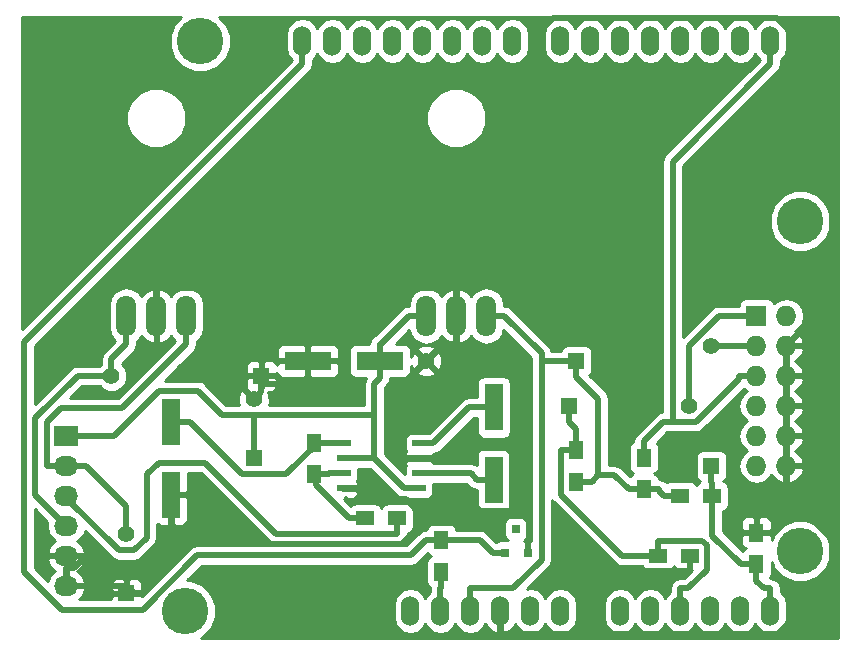
<source format=gbr>
G04 #@! TF.FileFunction,Copper,L1,Top,Signal*
%FSLAX46Y46*%
G04 Gerber Fmt 4.6, Leading zero omitted, Abs format (unit mm)*
G04 Created by KiCad (PCBNEW 4.0.2+e4-6225~38~ubuntu15.10.1-stable) date Sat 11 Jun 2016 15:46:18 BST*
%MOMM*%
G01*
G04 APERTURE LIST*
%ADD10C,0.100000*%
%ADD11O,1.524000X2.540000*%
%ADD12C,3.937000*%
%ADD13R,0.800100X0.800100*%
%ADD14R,1.300000X1.500000*%
%ADD15R,1.500000X1.300000*%
%ADD16R,1.727200X1.727200*%
%ADD17O,1.727200X1.727200*%
%ADD18R,2.032000X1.727200*%
%ADD19O,2.032000X1.727200*%
%ADD20R,1.600200X4.000500*%
%ADD21R,1.400000X1.400000*%
%ADD22C,1.400000*%
%ADD23R,1.397000X1.397000*%
%ADD24C,1.397000*%
%ADD25R,4.000500X1.600200*%
%ADD26R,1.143000X0.508000*%
%ADD27O,1.699260X3.500120*%
%ADD28C,0.500000*%
%ADD29C,0.254000*%
G04 APERTURE END LIST*
D10*
D11*
X212001000Y-102464000D03*
X209461000Y-102464000D03*
X206921000Y-102464000D03*
X199301000Y-102464000D03*
X201841000Y-102464000D03*
X204381000Y-102464000D03*
X194221000Y-102464000D03*
X191681000Y-102464000D03*
X189141000Y-102464000D03*
X184061000Y-102464000D03*
X181521000Y-102464000D03*
X212001000Y-54204000D03*
X209461000Y-54204000D03*
X206921000Y-54204000D03*
X204381000Y-54204000D03*
X201841000Y-54204000D03*
X199301000Y-54204000D03*
X196761000Y-54204000D03*
X194221000Y-54204000D03*
X190157000Y-54204000D03*
X187617000Y-54204000D03*
X185077000Y-54204000D03*
X182537000Y-54204000D03*
X179997000Y-54204000D03*
X177457000Y-54204000D03*
X174917000Y-54204000D03*
X172377000Y-54204000D03*
X186601000Y-102464000D03*
D12*
X214541000Y-97384000D03*
X214541000Y-69444000D03*
X163741000Y-54204000D03*
X162471000Y-102464000D03*
D13*
X189550000Y-97520760D03*
X191450000Y-97520760D03*
X190500000Y-95521780D03*
D14*
X195580000Y-91520000D03*
X195580000Y-88820000D03*
D15*
X202485000Y-97790000D03*
X205185000Y-97790000D03*
X204390000Y-92710000D03*
X207090000Y-92710000D03*
D14*
X210820000Y-98505000D03*
X210820000Y-95805000D03*
D16*
X210820000Y-77470000D03*
D17*
X213360000Y-77470000D03*
X210820000Y-80010000D03*
X213360000Y-80010000D03*
X210820000Y-82550000D03*
X213360000Y-82550000D03*
X210820000Y-85090000D03*
X213360000Y-85090000D03*
X210820000Y-87630000D03*
X213360000Y-87630000D03*
X210820000Y-90170000D03*
X213360000Y-90170000D03*
D18*
X152400000Y-87630000D03*
D19*
X152400000Y-90170000D03*
X152400000Y-92710000D03*
X152400000Y-95250000D03*
X152400000Y-97790000D03*
X152400000Y-100330000D03*
D20*
X161290000Y-86484460D03*
X161290000Y-92585540D03*
D21*
X168275000Y-89535000D03*
D22*
X168275000Y-84535000D03*
D21*
X157480000Y-100965000D03*
D22*
X157480000Y-95965000D03*
D23*
X195580000Y-81280000D03*
D24*
X182880000Y-81280000D03*
D23*
X168910000Y-82550000D03*
D24*
X156210000Y-82550000D03*
D15*
X180420000Y-94615000D03*
X177720000Y-94615000D03*
D14*
X173355000Y-90885000D03*
X173355000Y-88185000D03*
X184150000Y-99140000D03*
X184150000Y-96440000D03*
X201295000Y-92155000D03*
X201295000Y-89455000D03*
D23*
X194945000Y-85090000D03*
D24*
X205105000Y-85090000D03*
D25*
X178945540Y-81280000D03*
X172844460Y-81280000D03*
D20*
X188595000Y-91315540D03*
X188595000Y-85214460D03*
D23*
X207010000Y-90170000D03*
D24*
X207010000Y-80010000D03*
D26*
X175895000Y-92075000D03*
X175895000Y-90805000D03*
X175895000Y-89535000D03*
X175895000Y-88265000D03*
X182245000Y-88265000D03*
X182245000Y-89535000D03*
X182245000Y-90805000D03*
X182245000Y-92075000D03*
D27*
X185420000Y-77470000D03*
X182880000Y-77470000D03*
X187960000Y-77470000D03*
X160020000Y-77470000D03*
X157480000Y-77470000D03*
X162560000Y-77470000D03*
D28*
X160020000Y-77470000D02*
X160020000Y-75069600D01*
X172844500Y-81280000D02*
X172844500Y-79829600D01*
X185420000Y-77470000D02*
X185420000Y-79870400D01*
X172844500Y-81280000D02*
X172844500Y-82730400D01*
X168910000Y-82550000D02*
X168910000Y-83224400D01*
X168910000Y-83224400D02*
X168910000Y-83898800D01*
X172350500Y-83224400D02*
X172844500Y-82730400D01*
X168910000Y-83224400D02*
X172350500Y-83224400D01*
X168275000Y-84533800D02*
X168275000Y-84535000D01*
X168910000Y-83898800D02*
X168275000Y-84533800D01*
X213360000Y-87630000D02*
X213360000Y-85090000D01*
X213360000Y-85090000D02*
X213360000Y-82550000D01*
X213360000Y-87630000D02*
X213360000Y-90170000D01*
X211470200Y-95805000D02*
X212120300Y-95805000D01*
X185420000Y-77470000D02*
X185420000Y-75069600D01*
X172844500Y-75069600D02*
X172844500Y-79829600D01*
X160020000Y-75069600D02*
X172844500Y-75069600D01*
X184289600Y-79870400D02*
X182880000Y-81280000D01*
X185420000Y-79870400D02*
X184289600Y-79870400D01*
X181023200Y-83136800D02*
X181023200Y-89535000D01*
X182880000Y-81280000D02*
X181023200Y-83136800D01*
X182222900Y-89535000D02*
X181023200Y-89535000D01*
X182222900Y-89535000D02*
X182245000Y-89535000D01*
X213360000Y-82550000D02*
X213360000Y-80010000D01*
X191450000Y-96995600D02*
X191450000Y-96470400D01*
X213360000Y-90170000D02*
X213360000Y-94565300D01*
X213360000Y-94565300D02*
X212120300Y-95805000D01*
X191450000Y-96995600D02*
X191450000Y-97520800D01*
X211470200Y-95805000D02*
X210820000Y-95805000D01*
X189141000Y-102799700D02*
X189141000Y-104384300D01*
X189141000Y-102799700D02*
X189141000Y-102464000D01*
X152400000Y-97790000D02*
X154066300Y-97790000D01*
X152400000Y-100330000D02*
X152400000Y-98816100D01*
X153040200Y-98816100D02*
X152400000Y-98816100D01*
X154066300Y-97790000D02*
X153040200Y-98816100D01*
X157480000Y-100965000D02*
X158155200Y-100965000D01*
X158155200Y-100965000D02*
X158830300Y-100965000D01*
X157520200Y-100330000D02*
X152400000Y-100330000D01*
X158155200Y-100965000D02*
X157520200Y-100330000D01*
X205185000Y-97790000D02*
X205185000Y-99090300D01*
X200134600Y-99090300D02*
X205185000Y-99090300D01*
X197868000Y-101356900D02*
X200134600Y-99090300D01*
X197868000Y-104384300D02*
X197868000Y-101356900D01*
X212689500Y-104384300D02*
X197868000Y-104384300D01*
X217202700Y-99871100D02*
X212689500Y-104384300D01*
X217202700Y-96314800D02*
X217202700Y-99871100D01*
X215453200Y-94565300D02*
X217202700Y-96314800D01*
X213360000Y-94565300D02*
X215453200Y-94565300D01*
X197868000Y-104384300D02*
X189141000Y-104384300D01*
X172844500Y-75069600D02*
X185420000Y-75069600D01*
X217186100Y-76183900D02*
X213360000Y-80010000D01*
X217186100Y-56872600D02*
X217186100Y-76183900D01*
X212561500Y-52248000D02*
X217186100Y-56872600D01*
X193595200Y-52248000D02*
X212561500Y-52248000D01*
X192189000Y-53654200D02*
X193595200Y-52248000D01*
X192189000Y-68300600D02*
X192189000Y-53654200D01*
X185420000Y-75069600D02*
X192189000Y-68300600D01*
X175895000Y-92075000D02*
X177116800Y-92075000D01*
X184553800Y-89535000D02*
X182245000Y-89535000D01*
X185423900Y-88664900D02*
X184553800Y-89535000D01*
X189676800Y-88664900D02*
X185423900Y-88664900D01*
X190086700Y-89074800D02*
X189676800Y-88664900D01*
X190086700Y-93985900D02*
X190086700Y-89074800D01*
X190727200Y-93985900D02*
X190086700Y-93985900D01*
X191550500Y-94809200D02*
X190727200Y-93985900D01*
X191550500Y-96369900D02*
X191550500Y-94809200D01*
X191450000Y-96470400D02*
X191550500Y-96369900D01*
X190086700Y-93985900D02*
X182120900Y-93985900D01*
X178021100Y-92979300D02*
X177116800Y-92075000D01*
X181114300Y-92979300D02*
X178021100Y-92979300D01*
X182120900Y-93985900D02*
X181114300Y-92979300D01*
X180796300Y-96815700D02*
X161290000Y-96815700D01*
X182120900Y-95491100D02*
X180796300Y-96815700D01*
X182120900Y-93985900D02*
X182120900Y-95491100D01*
X161290000Y-92585500D02*
X161290000Y-96815700D01*
X161290000Y-98505300D02*
X158830300Y-100965000D01*
X161290000Y-96815700D02*
X161290000Y-98505300D01*
X184146600Y-100543700D02*
X184061000Y-100543700D01*
X184150000Y-100540300D02*
X184146600Y-100543700D01*
X184150000Y-99140000D02*
X184150000Y-100540300D01*
X184061000Y-102464000D02*
X184061000Y-100543700D01*
X210820000Y-82550000D02*
X209306100Y-82550000D01*
X201295000Y-89455000D02*
X201295000Y-88054700D01*
X212001000Y-54204000D02*
X212001000Y-56124300D01*
X205698500Y-86441500D02*
X203721900Y-86441500D01*
X209306100Y-82833900D02*
X205698500Y-86441500D01*
X209306100Y-82550000D02*
X209306100Y-82833900D01*
X202908200Y-86441500D02*
X203721900Y-86441500D01*
X201295000Y-88054700D02*
X202908200Y-86441500D01*
X203721900Y-64403400D02*
X212001000Y-56124300D01*
X203721900Y-86441500D02*
X203721900Y-64403400D01*
X189024900Y-97520800D02*
X188554000Y-97520800D01*
X189550000Y-97520800D02*
X189024900Y-97520800D01*
X188554000Y-97520800D02*
X188499700Y-97520800D01*
X187418900Y-96440000D02*
X184150000Y-96440000D01*
X188499700Y-97520800D02*
X187418900Y-96440000D01*
X148841400Y-79659900D02*
X172377000Y-56124300D01*
X148841400Y-99144500D02*
X148841400Y-79659900D01*
X152032200Y-102335300D02*
X148841400Y-99144500D01*
X158893500Y-102335300D02*
X152032200Y-102335300D01*
X163488500Y-97740300D02*
X158893500Y-102335300D01*
X181549400Y-97740300D02*
X163488500Y-97740300D01*
X182849700Y-96440000D02*
X181549400Y-97740300D01*
X184150000Y-96440000D02*
X182849700Y-96440000D01*
X172377000Y-54204000D02*
X172377000Y-56124300D01*
X195580000Y-81280000D02*
X195580000Y-82628800D01*
X200644900Y-92155000D02*
X199994700Y-92155000D01*
X200644900Y-92155000D02*
X201295000Y-92155000D01*
X202595300Y-92315600D02*
X202989700Y-92710000D01*
X202595300Y-92155000D02*
X202595300Y-92315600D01*
X204390000Y-92710000D02*
X202989700Y-92710000D01*
X201295000Y-92155000D02*
X202595300Y-92155000D01*
X197437800Y-84486600D02*
X197437800Y-90962500D01*
X195580000Y-82628800D02*
X197437800Y-84486600D01*
X198802200Y-90962500D02*
X197437800Y-90962500D01*
X199994700Y-92155000D02*
X198802200Y-90962500D01*
X197437800Y-90962500D02*
X196880300Y-91520000D01*
X196230200Y-91520000D02*
X196880300Y-91520000D01*
X196230200Y-91520000D02*
X195580000Y-91520000D01*
X195580000Y-81280000D02*
X194231200Y-81280000D01*
X192635300Y-81280000D02*
X194231200Y-81280000D01*
X192635300Y-80645400D02*
X192635300Y-81280000D01*
X189459900Y-77470000D02*
X192635300Y-80645400D01*
X190193500Y-100543700D02*
X186601000Y-100543700D01*
X192635300Y-98101900D02*
X190193500Y-100543700D01*
X192635300Y-81280000D02*
X192635300Y-98101900D01*
X186601000Y-101503800D02*
X186601000Y-100543700D01*
X187960000Y-77470000D02*
X189459900Y-77470000D01*
X180420000Y-94615000D02*
X180420000Y-95915300D01*
X180420000Y-95915300D02*
X180089400Y-95915300D01*
X152400000Y-92872300D02*
X152400000Y-92710000D01*
X156847800Y-97320100D02*
X152400000Y-92872300D01*
X158111400Y-97320100D02*
X156847800Y-97320100D01*
X159203000Y-96228500D02*
X158111400Y-97320100D01*
X159203000Y-90891500D02*
X159203000Y-96228500D01*
X160201700Y-89892800D02*
X159203000Y-90891500D01*
X164144300Y-89892800D02*
X160201700Y-89892800D01*
X170166800Y-95915300D02*
X164144300Y-89892800D01*
X180089400Y-95915300D02*
X170166800Y-95915300D01*
X186601000Y-101503800D02*
X186601000Y-102464000D01*
X157480000Y-77470000D02*
X157480000Y-79870400D01*
X156210000Y-81140400D02*
X156210000Y-82550000D01*
X157480000Y-79870400D02*
X156210000Y-81140400D01*
X149780000Y-92630000D02*
X152400000Y-95250000D01*
X149780000Y-86116900D02*
X149780000Y-92630000D01*
X153346900Y-82550000D02*
X149780000Y-86116900D01*
X156210000Y-82550000D02*
X153346900Y-82550000D01*
X179020500Y-79829600D02*
X178945500Y-79829600D01*
X181380100Y-77470000D02*
X179020500Y-79829600D01*
X182880000Y-77470000D02*
X181380100Y-77470000D01*
X178945500Y-81280000D02*
X178945500Y-79829600D01*
X178945500Y-81280000D02*
X178945500Y-82730400D01*
X152400000Y-87630000D02*
X154066300Y-87630000D01*
X181023200Y-92075000D02*
X182245000Y-92075000D01*
X178483200Y-89535000D02*
X181023200Y-92075000D01*
X178483200Y-89535000D02*
X175895000Y-89535000D01*
X178483200Y-83192700D02*
X178483200Y-85888900D01*
X178945500Y-82730400D02*
X178483200Y-83192700D01*
X178483200Y-85888900D02*
X178483200Y-89535000D01*
X168275000Y-89535000D02*
X168275000Y-88184700D01*
X168275000Y-85888900D02*
X168275000Y-88184700D01*
X165587100Y-85888900D02*
X168275000Y-85888900D01*
X163532000Y-83833800D02*
X165587100Y-85888900D01*
X160203900Y-83833800D02*
X163532000Y-83833800D01*
X156407700Y-87630000D02*
X160203900Y-83833800D01*
X154066300Y-87630000D02*
X156407700Y-87630000D01*
X168275000Y-85888900D02*
X178483200Y-85888900D01*
X157480000Y-93583700D02*
X154066300Y-90170000D01*
X157480000Y-95965000D02*
X157480000Y-93583700D01*
X152841700Y-90170000D02*
X154066300Y-90170000D01*
X152841700Y-90170000D02*
X152400000Y-90170000D01*
X162560000Y-77470000D02*
X162560000Y-79870400D01*
X152400000Y-90170000D02*
X150733700Y-90170000D01*
X150733700Y-86468700D02*
X150733700Y-90170000D01*
X151914400Y-85288000D02*
X150733700Y-86468700D01*
X157142400Y-85288000D02*
X151914400Y-85288000D01*
X162560000Y-79870400D02*
X157142400Y-85288000D01*
X194945000Y-85090000D02*
X194945000Y-86438800D01*
X195580000Y-87073800D02*
X195580000Y-88820000D01*
X194945000Y-86438800D02*
X195580000Y-87073800D01*
X195580000Y-88820000D02*
X194279700Y-88820000D01*
X204381000Y-102464000D02*
X204381000Y-100543700D01*
X194279700Y-92609200D02*
X194279700Y-88820000D01*
X199460500Y-97790000D02*
X194279700Y-92609200D01*
X202485000Y-97790000D02*
X199460500Y-97790000D01*
X205049600Y-100543700D02*
X204381000Y-100543700D01*
X206597500Y-98995800D02*
X205049600Y-100543700D01*
X206597500Y-96856100D02*
X206597500Y-98995800D01*
X206231100Y-96489700D02*
X206597500Y-96856100D01*
X202485000Y-96489700D02*
X206231100Y-96489700D01*
X202485000Y-97790000D02*
X202485000Y-96489700D01*
X207616000Y-77470000D02*
X210820000Y-77470000D01*
X205105000Y-79981000D02*
X207616000Y-77470000D01*
X205105000Y-85090000D02*
X205105000Y-79981000D01*
X186634100Y-90805000D02*
X187144600Y-91315500D01*
X182245000Y-90805000D02*
X186634100Y-90805000D01*
X188595000Y-91315500D02*
X187144600Y-91315500D01*
X186517300Y-85214500D02*
X188595000Y-85214500D01*
X183466800Y-88265000D02*
X186517300Y-85214500D01*
X182245000Y-88265000D02*
X183466800Y-88265000D01*
X207010000Y-90170000D02*
X207010000Y-91518800D01*
X211458400Y-100543700D02*
X212001000Y-100543700D01*
X210820000Y-99905300D02*
X211458400Y-100543700D01*
X212001000Y-102464000D02*
X212001000Y-100543700D01*
X210820000Y-98572500D02*
X210820000Y-99905300D01*
X210820000Y-98572500D02*
X210820000Y-98505000D01*
X207090000Y-91598800D02*
X207090000Y-92710000D01*
X207010000Y-91518800D02*
X207090000Y-91598800D01*
X210820000Y-98505000D02*
X209519700Y-98505000D01*
X207090000Y-96075300D02*
X207090000Y-92710000D01*
X209519700Y-98505000D02*
X207090000Y-96075300D01*
X207010000Y-80010000D02*
X210820000Y-80010000D01*
X174655300Y-88247100D02*
X174655300Y-88185000D01*
X174673200Y-88265000D02*
X174655300Y-88247100D01*
X175895000Y-88265000D02*
X174673200Y-88265000D01*
X173804900Y-88185000D02*
X173355000Y-88185000D01*
X174230100Y-88185000D02*
X174655300Y-88185000D01*
X174230100Y-88185000D02*
X173804900Y-88185000D01*
X162884400Y-86484500D02*
X161290000Y-86484500D01*
X167285300Y-90885400D02*
X162884400Y-86484500D01*
X170971800Y-90885400D02*
X167285300Y-90885400D01*
X173672200Y-88185000D02*
X170971800Y-90885400D01*
X173804900Y-88185000D02*
X173672200Y-88185000D01*
X174655300Y-90822900D02*
X174673200Y-90805000D01*
X174655300Y-90885000D02*
X174655300Y-90822900D01*
X175895000Y-90805000D02*
X174673200Y-90805000D01*
X174005200Y-90885000D02*
X173673600Y-90885000D01*
X174005200Y-90885000D02*
X174655300Y-90885000D01*
X173355000Y-90885000D02*
X173514300Y-90885000D01*
X173514300Y-90885000D02*
X173673600Y-90885000D01*
X173514300Y-91809600D02*
X176319700Y-94615000D01*
X173514300Y-90885000D02*
X173514300Y-91809600D01*
X177720000Y-94615000D02*
X176319700Y-94615000D01*
D29*
G36*
X161535147Y-52727310D02*
X161137953Y-53683860D01*
X161137049Y-54719596D01*
X161532573Y-55676838D01*
X162264310Y-56409853D01*
X163220860Y-56807047D01*
X164256596Y-56807951D01*
X165213838Y-56412427D01*
X165946853Y-55680690D01*
X166344047Y-54724140D01*
X166344951Y-53688404D01*
X165949427Y-52731162D01*
X165339331Y-52120000D01*
X217755000Y-52120000D01*
X217755000Y-104725000D01*
X163816602Y-104725000D01*
X163943838Y-104672427D01*
X164676853Y-103940690D01*
X165074047Y-102984140D01*
X165074951Y-101948404D01*
X164679427Y-100991162D01*
X163947690Y-100258147D01*
X162991140Y-99860953D01*
X162619750Y-99860629D01*
X163855079Y-98625300D01*
X181549395Y-98625300D01*
X181549400Y-98625301D01*
X181845961Y-98566310D01*
X181888075Y-98557933D01*
X182175190Y-98366090D01*
X182982633Y-97558646D01*
X183035910Y-97641441D01*
X183248110Y-97786431D01*
X183261197Y-97789081D01*
X183048559Y-97925910D01*
X182903569Y-98138110D01*
X182852560Y-98390000D01*
X182852560Y-99890000D01*
X182896838Y-100125317D01*
X183035910Y-100341441D01*
X183194657Y-100449908D01*
X183176000Y-100543700D01*
X183176000Y-100862143D01*
X183073172Y-100930851D01*
X182791000Y-101353150D01*
X182508828Y-100930851D01*
X182055609Y-100628019D01*
X181521000Y-100521679D01*
X180986391Y-100628019D01*
X180533172Y-100930851D01*
X180230340Y-101384070D01*
X180124000Y-101918679D01*
X180124000Y-103009321D01*
X180230340Y-103543930D01*
X180533172Y-103997149D01*
X180986391Y-104299981D01*
X181521000Y-104406321D01*
X182055609Y-104299981D01*
X182508828Y-103997149D01*
X182791000Y-103574850D01*
X183073172Y-103997149D01*
X183526391Y-104299981D01*
X184061000Y-104406321D01*
X184595609Y-104299981D01*
X185048828Y-103997149D01*
X185331000Y-103574850D01*
X185613172Y-103997149D01*
X186066391Y-104299981D01*
X186601000Y-104406321D01*
X187135609Y-104299981D01*
X187588828Y-103997149D01*
X187880330Y-103560887D01*
X187898941Y-103623941D01*
X188242974Y-104049630D01*
X188723723Y-104311260D01*
X188797930Y-104326220D01*
X189014000Y-104203720D01*
X189014000Y-102591000D01*
X188994000Y-102591000D01*
X188994000Y-102337000D01*
X189014000Y-102337000D01*
X189014000Y-102317000D01*
X189268000Y-102317000D01*
X189268000Y-102337000D01*
X189288000Y-102337000D01*
X189288000Y-102591000D01*
X189268000Y-102591000D01*
X189268000Y-104203720D01*
X189484070Y-104326220D01*
X189558277Y-104311260D01*
X190039026Y-104049630D01*
X190383059Y-103623941D01*
X190401670Y-103560887D01*
X190693172Y-103997149D01*
X191146391Y-104299981D01*
X191681000Y-104406321D01*
X192215609Y-104299981D01*
X192668828Y-103997149D01*
X192951000Y-103574850D01*
X193233172Y-103997149D01*
X193686391Y-104299981D01*
X194221000Y-104406321D01*
X194755609Y-104299981D01*
X195208828Y-103997149D01*
X195511660Y-103543930D01*
X195618000Y-103009321D01*
X195618000Y-101918679D01*
X195511660Y-101384070D01*
X195208828Y-100930851D01*
X194755609Y-100628019D01*
X194221000Y-100521679D01*
X193686391Y-100628019D01*
X193233172Y-100930851D01*
X192951000Y-101353150D01*
X192668828Y-100930851D01*
X192215609Y-100628019D01*
X191681000Y-100521679D01*
X191413989Y-100574791D01*
X193261087Y-98727692D01*
X193261090Y-98727690D01*
X193452933Y-98440575D01*
X193467749Y-98366090D01*
X193520301Y-98101900D01*
X193520300Y-98101895D01*
X193520300Y-93035027D01*
X193637863Y-93210974D01*
X193653910Y-93234990D01*
X198834708Y-98415787D01*
X198834710Y-98415790D01*
X199121825Y-98607633D01*
X199178016Y-98618810D01*
X199460500Y-98675001D01*
X199460505Y-98675000D01*
X201131778Y-98675000D01*
X201131838Y-98675317D01*
X201270910Y-98891441D01*
X201483110Y-99036431D01*
X201735000Y-99087440D01*
X203235000Y-99087440D01*
X203470317Y-99043162D01*
X203686441Y-98904090D01*
X203831431Y-98691890D01*
X203838191Y-98658510D01*
X203896673Y-98799699D01*
X204075302Y-98978327D01*
X204308691Y-99075000D01*
X204899250Y-99075000D01*
X205058000Y-98916250D01*
X205058000Y-97917000D01*
X205038000Y-97917000D01*
X205038000Y-97663000D01*
X205058000Y-97663000D01*
X205058000Y-97643000D01*
X205312000Y-97643000D01*
X205312000Y-97663000D01*
X205332000Y-97663000D01*
X205332000Y-97917000D01*
X205312000Y-97917000D01*
X205312000Y-98916250D01*
X205368735Y-98972985D01*
X204683020Y-99658700D01*
X204381000Y-99658700D01*
X204042325Y-99726067D01*
X203755210Y-99917910D01*
X203563367Y-100205025D01*
X203496000Y-100543700D01*
X203496000Y-100862143D01*
X203393172Y-100930851D01*
X203111000Y-101353150D01*
X202828828Y-100930851D01*
X202375609Y-100628019D01*
X201841000Y-100521679D01*
X201306391Y-100628019D01*
X200853172Y-100930851D01*
X200571000Y-101353150D01*
X200288828Y-100930851D01*
X199835609Y-100628019D01*
X199301000Y-100521679D01*
X198766391Y-100628019D01*
X198313172Y-100930851D01*
X198010340Y-101384070D01*
X197904000Y-101918679D01*
X197904000Y-103009321D01*
X198010340Y-103543930D01*
X198313172Y-103997149D01*
X198766391Y-104299981D01*
X199301000Y-104406321D01*
X199835609Y-104299981D01*
X200288828Y-103997149D01*
X200571000Y-103574850D01*
X200853172Y-103997149D01*
X201306391Y-104299981D01*
X201841000Y-104406321D01*
X202375609Y-104299981D01*
X202828828Y-103997149D01*
X203111000Y-103574850D01*
X203393172Y-103997149D01*
X203846391Y-104299981D01*
X204381000Y-104406321D01*
X204915609Y-104299981D01*
X205368828Y-103997149D01*
X205651000Y-103574850D01*
X205933172Y-103997149D01*
X206386391Y-104299981D01*
X206921000Y-104406321D01*
X207455609Y-104299981D01*
X207908828Y-103997149D01*
X208191000Y-103574850D01*
X208473172Y-103997149D01*
X208926391Y-104299981D01*
X209461000Y-104406321D01*
X209995609Y-104299981D01*
X210448828Y-103997149D01*
X210731000Y-103574850D01*
X211013172Y-103997149D01*
X211466391Y-104299981D01*
X212001000Y-104406321D01*
X212535609Y-104299981D01*
X212988828Y-103997149D01*
X213291660Y-103543930D01*
X213398000Y-103009321D01*
X213398000Y-101918679D01*
X213291660Y-101384070D01*
X212988828Y-100930851D01*
X212886000Y-100862143D01*
X212886000Y-100543700D01*
X212818633Y-100205025D01*
X212626790Y-99917910D01*
X212339675Y-99726067D01*
X212001000Y-99658700D01*
X211962704Y-99658700D01*
X212066431Y-99506890D01*
X212117440Y-99255000D01*
X212117440Y-98336176D01*
X212332573Y-98856838D01*
X213064310Y-99589853D01*
X214020860Y-99987047D01*
X215056596Y-99987951D01*
X216013838Y-99592427D01*
X216746853Y-98860690D01*
X217144047Y-97904140D01*
X217144951Y-96868404D01*
X216749427Y-95911162D01*
X216017690Y-95178147D01*
X215061140Y-94780953D01*
X214025404Y-94780049D01*
X213068162Y-95175573D01*
X212335147Y-95907310D01*
X212105000Y-96461566D01*
X212105000Y-96090750D01*
X211946250Y-95932000D01*
X210947000Y-95932000D01*
X210947000Y-95952000D01*
X210693000Y-95952000D01*
X210693000Y-95932000D01*
X209693750Y-95932000D01*
X209535000Y-96090750D01*
X209535000Y-96681309D01*
X209631673Y-96914698D01*
X209810301Y-97093327D01*
X209946287Y-97149654D01*
X209934683Y-97151838D01*
X209718559Y-97290910D01*
X209653056Y-97386777D01*
X207975000Y-95708720D01*
X207975000Y-94928691D01*
X209535000Y-94928691D01*
X209535000Y-95519250D01*
X209693750Y-95678000D01*
X210693000Y-95678000D01*
X210693000Y-94578750D01*
X210947000Y-94578750D01*
X210947000Y-95678000D01*
X211946250Y-95678000D01*
X212105000Y-95519250D01*
X212105000Y-94928691D01*
X212008327Y-94695302D01*
X211829699Y-94516673D01*
X211596310Y-94420000D01*
X211105750Y-94420000D01*
X210947000Y-94578750D01*
X210693000Y-94578750D01*
X210534250Y-94420000D01*
X210043690Y-94420000D01*
X209810301Y-94516673D01*
X209631673Y-94695302D01*
X209535000Y-94928691D01*
X207975000Y-94928691D01*
X207975000Y-93982038D01*
X208075317Y-93963162D01*
X208291441Y-93824090D01*
X208436431Y-93611890D01*
X208487440Y-93360000D01*
X208487440Y-92060000D01*
X208443162Y-91824683D01*
X208304090Y-91608559D01*
X208091890Y-91463569D01*
X207988828Y-91442698D01*
X208159941Y-91332590D01*
X208304931Y-91120390D01*
X208355940Y-90868500D01*
X208355940Y-89471500D01*
X208311662Y-89236183D01*
X208172590Y-89020059D01*
X207960390Y-88875069D01*
X207708500Y-88824060D01*
X206311500Y-88824060D01*
X206076183Y-88868338D01*
X205860059Y-89007410D01*
X205715069Y-89219610D01*
X205664060Y-89471500D01*
X205664060Y-90868500D01*
X205708338Y-91103817D01*
X205847410Y-91319941D01*
X206059610Y-91464931D01*
X206084327Y-91469936D01*
X205888559Y-91595910D01*
X205743569Y-91808110D01*
X205740919Y-91821197D01*
X205604090Y-91608559D01*
X205391890Y-91463569D01*
X205140000Y-91412560D01*
X203640000Y-91412560D01*
X203404683Y-91456838D01*
X203242475Y-91561216D01*
X203221090Y-91529210D01*
X202933975Y-91337367D01*
X202595300Y-91270000D01*
X202567038Y-91270000D01*
X202548162Y-91169683D01*
X202409090Y-90953559D01*
X202196890Y-90808569D01*
X202183803Y-90805919D01*
X202396441Y-90669090D01*
X202541431Y-90456890D01*
X202592440Y-90205000D01*
X202592440Y-88705000D01*
X202548162Y-88469683D01*
X202409090Y-88253559D01*
X202372632Y-88228648D01*
X203274779Y-87326500D01*
X205698495Y-87326500D01*
X205698500Y-87326501D01*
X205980984Y-87270310D01*
X206037175Y-87259133D01*
X206324290Y-87067290D01*
X209761506Y-83630073D01*
X210045752Y-83820000D01*
X209730971Y-84030330D01*
X209406115Y-84516511D01*
X209292041Y-85090000D01*
X209406115Y-85663489D01*
X209730971Y-86149670D01*
X210045752Y-86360000D01*
X209730971Y-86570330D01*
X209406115Y-87056511D01*
X209292041Y-87630000D01*
X209406115Y-88203489D01*
X209730971Y-88689670D01*
X210045752Y-88900000D01*
X209730971Y-89110330D01*
X209406115Y-89596511D01*
X209292041Y-90170000D01*
X209406115Y-90743489D01*
X209730971Y-91229670D01*
X210217152Y-91554526D01*
X210790641Y-91668600D01*
X210849359Y-91668600D01*
X211422848Y-91554526D01*
X211909029Y-91229670D01*
X212089992Y-90958839D01*
X212471510Y-91376821D01*
X213000973Y-91624968D01*
X213233000Y-91504469D01*
X213233000Y-90297000D01*
X213487000Y-90297000D01*
X213487000Y-91504469D01*
X213719027Y-91624968D01*
X214248490Y-91376821D01*
X214642688Y-90944947D01*
X214814958Y-90529026D01*
X214693817Y-90297000D01*
X213487000Y-90297000D01*
X213233000Y-90297000D01*
X213213000Y-90297000D01*
X213213000Y-90043000D01*
X213233000Y-90043000D01*
X213233000Y-87757000D01*
X213487000Y-87757000D01*
X213487000Y-90043000D01*
X214693817Y-90043000D01*
X214814958Y-89810974D01*
X214642688Y-89395053D01*
X214248490Y-88963179D01*
X214113687Y-88900000D01*
X214248490Y-88836821D01*
X214642688Y-88404947D01*
X214814958Y-87989026D01*
X214693817Y-87757000D01*
X213487000Y-87757000D01*
X213233000Y-87757000D01*
X213213000Y-87757000D01*
X213213000Y-87503000D01*
X213233000Y-87503000D01*
X213233000Y-85217000D01*
X213487000Y-85217000D01*
X213487000Y-87503000D01*
X214693817Y-87503000D01*
X214814958Y-87270974D01*
X214642688Y-86855053D01*
X214248490Y-86423179D01*
X214113687Y-86360000D01*
X214248490Y-86296821D01*
X214642688Y-85864947D01*
X214814958Y-85449026D01*
X214693817Y-85217000D01*
X213487000Y-85217000D01*
X213233000Y-85217000D01*
X213213000Y-85217000D01*
X213213000Y-84963000D01*
X213233000Y-84963000D01*
X213233000Y-82677000D01*
X213487000Y-82677000D01*
X213487000Y-84963000D01*
X214693817Y-84963000D01*
X214814958Y-84730974D01*
X214642688Y-84315053D01*
X214248490Y-83883179D01*
X214113687Y-83820000D01*
X214248490Y-83756821D01*
X214642688Y-83324947D01*
X214814958Y-82909026D01*
X214693817Y-82677000D01*
X213487000Y-82677000D01*
X213233000Y-82677000D01*
X213213000Y-82677000D01*
X213213000Y-82423000D01*
X213233000Y-82423000D01*
X213233000Y-80137000D01*
X213487000Y-80137000D01*
X213487000Y-82423000D01*
X214693817Y-82423000D01*
X214814958Y-82190974D01*
X214642688Y-81775053D01*
X214248490Y-81343179D01*
X214113687Y-81280000D01*
X214248490Y-81216821D01*
X214642688Y-80784947D01*
X214814958Y-80369026D01*
X214693817Y-80137000D01*
X213487000Y-80137000D01*
X213233000Y-80137000D01*
X213213000Y-80137000D01*
X213213000Y-79883000D01*
X213233000Y-79883000D01*
X213233000Y-79863000D01*
X213487000Y-79863000D01*
X213487000Y-79883000D01*
X214693817Y-79883000D01*
X214814958Y-79650974D01*
X214642688Y-79235053D01*
X214248490Y-78803179D01*
X214125772Y-78745664D01*
X214449029Y-78529670D01*
X214773885Y-78043489D01*
X214887959Y-77470000D01*
X214773885Y-76896511D01*
X214449029Y-76410330D01*
X213962848Y-76085474D01*
X213389359Y-75971400D01*
X213330641Y-75971400D01*
X212757152Y-76085474D01*
X212291558Y-76396574D01*
X212286762Y-76371083D01*
X212147690Y-76154959D01*
X211935490Y-76009969D01*
X211683600Y-75958960D01*
X209956400Y-75958960D01*
X209721083Y-76003238D01*
X209504959Y-76142310D01*
X209359969Y-76354510D01*
X209313294Y-76585000D01*
X207616005Y-76585000D01*
X207616000Y-76584999D01*
X207277325Y-76652367D01*
X206990210Y-76844210D01*
X206990208Y-76844213D01*
X204606900Y-79227520D01*
X204606900Y-69959596D01*
X211937049Y-69959596D01*
X212332573Y-70916838D01*
X213064310Y-71649853D01*
X214020860Y-72047047D01*
X215056596Y-72047951D01*
X216013838Y-71652427D01*
X216746853Y-70920690D01*
X217144047Y-69964140D01*
X217144951Y-68928404D01*
X216749427Y-67971162D01*
X216017690Y-67238147D01*
X215061140Y-66840953D01*
X214025404Y-66840049D01*
X213068162Y-67235573D01*
X212335147Y-67967310D01*
X211937953Y-68923860D01*
X211937049Y-69959596D01*
X204606900Y-69959596D01*
X204606900Y-64769980D01*
X212626787Y-56750092D01*
X212626790Y-56750090D01*
X212818633Y-56462975D01*
X212818634Y-56462974D01*
X212886001Y-56124300D01*
X212886000Y-56124295D01*
X212886000Y-55805857D01*
X212988828Y-55737149D01*
X213291660Y-55283930D01*
X213398000Y-54749321D01*
X213398000Y-53658679D01*
X213291660Y-53124070D01*
X212988828Y-52670851D01*
X212535609Y-52368019D01*
X212001000Y-52261679D01*
X211466391Y-52368019D01*
X211013172Y-52670851D01*
X210731000Y-53093150D01*
X210448828Y-52670851D01*
X209995609Y-52368019D01*
X209461000Y-52261679D01*
X208926391Y-52368019D01*
X208473172Y-52670851D01*
X208191000Y-53093150D01*
X207908828Y-52670851D01*
X207455609Y-52368019D01*
X206921000Y-52261679D01*
X206386391Y-52368019D01*
X205933172Y-52670851D01*
X205651000Y-53093150D01*
X205368828Y-52670851D01*
X204915609Y-52368019D01*
X204381000Y-52261679D01*
X203846391Y-52368019D01*
X203393172Y-52670851D01*
X203111000Y-53093150D01*
X202828828Y-52670851D01*
X202375609Y-52368019D01*
X201841000Y-52261679D01*
X201306391Y-52368019D01*
X200853172Y-52670851D01*
X200571000Y-53093150D01*
X200288828Y-52670851D01*
X199835609Y-52368019D01*
X199301000Y-52261679D01*
X198766391Y-52368019D01*
X198313172Y-52670851D01*
X198031000Y-53093150D01*
X197748828Y-52670851D01*
X197295609Y-52368019D01*
X196761000Y-52261679D01*
X196226391Y-52368019D01*
X195773172Y-52670851D01*
X195491000Y-53093150D01*
X195208828Y-52670851D01*
X194755609Y-52368019D01*
X194221000Y-52261679D01*
X193686391Y-52368019D01*
X193233172Y-52670851D01*
X192930340Y-53124070D01*
X192824000Y-53658679D01*
X192824000Y-54749321D01*
X192930340Y-55283930D01*
X193233172Y-55737149D01*
X193686391Y-56039981D01*
X194221000Y-56146321D01*
X194755609Y-56039981D01*
X195208828Y-55737149D01*
X195491000Y-55314850D01*
X195773172Y-55737149D01*
X196226391Y-56039981D01*
X196761000Y-56146321D01*
X197295609Y-56039981D01*
X197748828Y-55737149D01*
X198031000Y-55314850D01*
X198313172Y-55737149D01*
X198766391Y-56039981D01*
X199301000Y-56146321D01*
X199835609Y-56039981D01*
X200288828Y-55737149D01*
X200571000Y-55314850D01*
X200853172Y-55737149D01*
X201306391Y-56039981D01*
X201841000Y-56146321D01*
X202375609Y-56039981D01*
X202828828Y-55737149D01*
X203111000Y-55314850D01*
X203393172Y-55737149D01*
X203846391Y-56039981D01*
X204381000Y-56146321D01*
X204915609Y-56039981D01*
X205368828Y-55737149D01*
X205651000Y-55314850D01*
X205933172Y-55737149D01*
X206386391Y-56039981D01*
X206921000Y-56146321D01*
X207455609Y-56039981D01*
X207908828Y-55737149D01*
X208191000Y-55314850D01*
X208473172Y-55737149D01*
X208926391Y-56039981D01*
X209461000Y-56146321D01*
X209995609Y-56039981D01*
X210448828Y-55737149D01*
X210731000Y-55314850D01*
X211013172Y-55737149D01*
X211087145Y-55786576D01*
X203096110Y-63777610D01*
X202904267Y-64064725D01*
X202904267Y-64064726D01*
X202836899Y-64403400D01*
X202836900Y-64403405D01*
X202836900Y-85570683D01*
X202569525Y-85623867D01*
X202282410Y-85815710D01*
X202282408Y-85815713D01*
X200669210Y-87428910D01*
X200477367Y-87716025D01*
X200477367Y-87716026D01*
X200409999Y-88054700D01*
X200410000Y-88054705D01*
X200410000Y-88101778D01*
X200409683Y-88101838D01*
X200193559Y-88240910D01*
X200048569Y-88453110D01*
X199997560Y-88705000D01*
X199997560Y-90205000D01*
X200041838Y-90440317D01*
X200180910Y-90656441D01*
X200393110Y-90801431D01*
X200406197Y-90804081D01*
X200193559Y-90940910D01*
X200128056Y-91036777D01*
X199427990Y-90336710D01*
X199275769Y-90235000D01*
X199140875Y-90144867D01*
X199084684Y-90133690D01*
X198802200Y-90077499D01*
X198802195Y-90077500D01*
X198322800Y-90077500D01*
X198322800Y-84486605D01*
X198322801Y-84486600D01*
X198260316Y-84172474D01*
X198255433Y-84147925D01*
X198063590Y-83860810D01*
X198063587Y-83860808D01*
X196678482Y-82475703D01*
X196729941Y-82442590D01*
X196874931Y-82230390D01*
X196925940Y-81978500D01*
X196925940Y-80581500D01*
X196881662Y-80346183D01*
X196742590Y-80130059D01*
X196530390Y-79985069D01*
X196278500Y-79934060D01*
X194881500Y-79934060D01*
X194646183Y-79978338D01*
X194430059Y-80117410D01*
X194285069Y-80329610D01*
X194271827Y-80395000D01*
X193470492Y-80395000D01*
X193452933Y-80306726D01*
X193452933Y-80306725D01*
X193261090Y-80019610D01*
X193261087Y-80019608D01*
X190085690Y-76844210D01*
X189798575Y-76652367D01*
X189742384Y-76641190D01*
X189459900Y-76584999D01*
X189459895Y-76585000D01*
X189444630Y-76585000D01*
X189444630Y-76522844D01*
X189331619Y-75954701D01*
X189009792Y-75473052D01*
X188528143Y-75151225D01*
X187960000Y-75038214D01*
X187391857Y-75151225D01*
X186910208Y-75473052D01*
X186684484Y-75810873D01*
X186379989Y-75429976D01*
X185870810Y-75149351D01*
X185776832Y-75128460D01*
X185547000Y-75249786D01*
X185547000Y-77343000D01*
X185567000Y-77343000D01*
X185567000Y-77597000D01*
X185547000Y-77597000D01*
X185547000Y-79690214D01*
X185776832Y-79811540D01*
X185870810Y-79790649D01*
X186379989Y-79510024D01*
X186684484Y-79129127D01*
X186910208Y-79466948D01*
X187391857Y-79788775D01*
X187960000Y-79901786D01*
X188528143Y-79788775D01*
X189009792Y-79466948D01*
X189331619Y-78985299D01*
X189396656Y-78658336D01*
X191750300Y-81011979D01*
X191750300Y-96485710D01*
X191735750Y-96485710D01*
X191577000Y-96644460D01*
X191577000Y-97393760D01*
X191597000Y-97393760D01*
X191597000Y-97647760D01*
X191577000Y-97647760D01*
X191577000Y-97667760D01*
X191323000Y-97667760D01*
X191323000Y-97647760D01*
X191303000Y-97647760D01*
X191303000Y-97393760D01*
X191323000Y-97393760D01*
X191323000Y-96644460D01*
X191176843Y-96498303D01*
X191351491Y-96385920D01*
X191496481Y-96173720D01*
X191547490Y-95921830D01*
X191547490Y-95121730D01*
X191503212Y-94886413D01*
X191364140Y-94670289D01*
X191151940Y-94525299D01*
X190900050Y-94474290D01*
X190099950Y-94474290D01*
X189864633Y-94518568D01*
X189648509Y-94657640D01*
X189503519Y-94869840D01*
X189452510Y-95121730D01*
X189452510Y-95921830D01*
X189496788Y-96157147D01*
X189635860Y-96373271D01*
X189782213Y-96473270D01*
X189149950Y-96473270D01*
X188914633Y-96517548D01*
X188813259Y-96582780D01*
X188044690Y-95814210D01*
X187757575Y-95622367D01*
X187701384Y-95611190D01*
X187418900Y-95554999D01*
X187418895Y-95555000D01*
X185422038Y-95555000D01*
X185403162Y-95454683D01*
X185264090Y-95238559D01*
X185051890Y-95093569D01*
X184800000Y-95042560D01*
X183500000Y-95042560D01*
X183264683Y-95086838D01*
X183048559Y-95225910D01*
X182903569Y-95438110D01*
X182879898Y-95555000D01*
X182849705Y-95555000D01*
X182849700Y-95554999D01*
X182567216Y-95611190D01*
X182511025Y-95622367D01*
X182223910Y-95814210D01*
X182223908Y-95814213D01*
X181182820Y-96855300D01*
X163488500Y-96855300D01*
X163149825Y-96922667D01*
X162862710Y-97114510D01*
X162862708Y-97114513D01*
X158770735Y-101206485D01*
X158656250Y-101092000D01*
X157607000Y-101092000D01*
X157607000Y-101112000D01*
X157353000Y-101112000D01*
X157353000Y-101092000D01*
X156303750Y-101092000D01*
X156145000Y-101250750D01*
X156145000Y-101450300D01*
X153506442Y-101450300D01*
X153750732Y-101232036D01*
X154004709Y-100704791D01*
X154007358Y-100689026D01*
X153886217Y-100457000D01*
X152527000Y-100457000D01*
X152527000Y-100477000D01*
X152273000Y-100477000D01*
X152273000Y-100457000D01*
X152253000Y-100457000D01*
X152253000Y-100203000D01*
X152273000Y-100203000D01*
X152273000Y-97917000D01*
X152527000Y-97917000D01*
X152527000Y-100203000D01*
X153886217Y-100203000D01*
X153919792Y-100138691D01*
X156145000Y-100138691D01*
X156145000Y-100679250D01*
X156303750Y-100838000D01*
X157353000Y-100838000D01*
X157353000Y-99788750D01*
X157607000Y-99788750D01*
X157607000Y-100838000D01*
X158656250Y-100838000D01*
X158815000Y-100679250D01*
X158815000Y-100138691D01*
X158718327Y-99905302D01*
X158539699Y-99726673D01*
X158306310Y-99630000D01*
X157765750Y-99630000D01*
X157607000Y-99788750D01*
X157353000Y-99788750D01*
X157194250Y-99630000D01*
X156653690Y-99630000D01*
X156420301Y-99726673D01*
X156241673Y-99905302D01*
X156145000Y-100138691D01*
X153919792Y-100138691D01*
X154007358Y-99970974D01*
X154004709Y-99955209D01*
X153750732Y-99427964D01*
X153338892Y-99060000D01*
X153750732Y-98692036D01*
X154004709Y-98164791D01*
X154007358Y-98149026D01*
X153886217Y-97917000D01*
X152527000Y-97917000D01*
X152273000Y-97917000D01*
X150913783Y-97917000D01*
X150792642Y-98149026D01*
X150795291Y-98164791D01*
X151049268Y-98692036D01*
X151461108Y-99060000D01*
X151049268Y-99427964D01*
X150830531Y-99882052D01*
X149726400Y-98777920D01*
X149726400Y-93827980D01*
X150788290Y-94889869D01*
X150716655Y-95250000D01*
X150830729Y-95823489D01*
X151155585Y-96309670D01*
X151465069Y-96516461D01*
X151049268Y-96887964D01*
X150795291Y-97415209D01*
X150792642Y-97430974D01*
X150913783Y-97663000D01*
X152273000Y-97663000D01*
X152273000Y-97643000D01*
X152527000Y-97643000D01*
X152527000Y-97663000D01*
X153886217Y-97663000D01*
X154007358Y-97430974D01*
X154004709Y-97415209D01*
X153750732Y-96887964D01*
X153334931Y-96516461D01*
X153644415Y-96309670D01*
X153969271Y-95823489D01*
X153990896Y-95714775D01*
X156222008Y-97945887D01*
X156222010Y-97945890D01*
X156421187Y-98078975D01*
X156509125Y-98137733D01*
X156847800Y-98205101D01*
X156847805Y-98205100D01*
X158111395Y-98205100D01*
X158111400Y-98205101D01*
X158405553Y-98146589D01*
X158450075Y-98137733D01*
X158737190Y-97945890D01*
X158737191Y-97945889D01*
X159828787Y-96854292D01*
X159828790Y-96854290D01*
X159975631Y-96634526D01*
X160020634Y-96567174D01*
X160088001Y-96228500D01*
X160088000Y-96228495D01*
X160088000Y-95081916D01*
X160130201Y-95124117D01*
X160363590Y-95220790D01*
X161004250Y-95220790D01*
X161163000Y-95062040D01*
X161163000Y-92712540D01*
X161417000Y-92712540D01*
X161417000Y-95062040D01*
X161575750Y-95220790D01*
X162216410Y-95220790D01*
X162449799Y-95124117D01*
X162628427Y-94945488D01*
X162725100Y-94712099D01*
X162725100Y-92871290D01*
X162566350Y-92712540D01*
X161417000Y-92712540D01*
X161163000Y-92712540D01*
X161143000Y-92712540D01*
X161143000Y-92458540D01*
X161163000Y-92458540D01*
X161163000Y-92438540D01*
X161417000Y-92438540D01*
X161417000Y-92458540D01*
X162566350Y-92458540D01*
X162725100Y-92299790D01*
X162725100Y-90777800D01*
X163777720Y-90777800D01*
X169541008Y-96541087D01*
X169541010Y-96541090D01*
X169783577Y-96703167D01*
X169828125Y-96732933D01*
X170166800Y-96800301D01*
X170166805Y-96800300D01*
X180420000Y-96800300D01*
X180758675Y-96732933D01*
X181045790Y-96541090D01*
X181237633Y-96253975D01*
X181305000Y-95915300D01*
X181305000Y-95887038D01*
X181405317Y-95868162D01*
X181621441Y-95729090D01*
X181766431Y-95516890D01*
X181817440Y-95265000D01*
X181817440Y-93965000D01*
X181773162Y-93729683D01*
X181634090Y-93513559D01*
X181421890Y-93368569D01*
X181170000Y-93317560D01*
X179670000Y-93317560D01*
X179434683Y-93361838D01*
X179218559Y-93500910D01*
X179073569Y-93713110D01*
X179070919Y-93726197D01*
X178934090Y-93513559D01*
X178721890Y-93368569D01*
X178470000Y-93317560D01*
X176970000Y-93317560D01*
X176734683Y-93361838D01*
X176518559Y-93500910D01*
X176493648Y-93537369D01*
X175920280Y-92964000D01*
X176022002Y-92964000D01*
X176022002Y-92805252D01*
X176180750Y-92964000D01*
X176592810Y-92964000D01*
X176826199Y-92867327D01*
X177004827Y-92688698D01*
X177101500Y-92455309D01*
X177101500Y-92360750D01*
X176942750Y-92202000D01*
X176022000Y-92202000D01*
X176022000Y-92222000D01*
X175768000Y-92222000D01*
X175768000Y-92202000D01*
X175748000Y-92202000D01*
X175748000Y-91948000D01*
X175768000Y-91948000D01*
X175768000Y-91928000D01*
X176022000Y-91928000D01*
X176022000Y-91948000D01*
X176942750Y-91948000D01*
X177101500Y-91789250D01*
X177101500Y-91694691D01*
X177004827Y-91461302D01*
X176978291Y-91434765D01*
X177062931Y-91310890D01*
X177113940Y-91059000D01*
X177113940Y-90551000D01*
X177089291Y-90420000D01*
X178116620Y-90420000D01*
X180397408Y-92700787D01*
X180397410Y-92700790D01*
X180684525Y-92892633D01*
X181023200Y-92960000D01*
X181592317Y-92960000D01*
X181673500Y-92976440D01*
X182816500Y-92976440D01*
X183051817Y-92932162D01*
X183267941Y-92793090D01*
X183412931Y-92580890D01*
X183463940Y-92329000D01*
X183463940Y-91821000D01*
X183439291Y-91690000D01*
X186267521Y-91690000D01*
X186518808Y-91941287D01*
X186518810Y-91941290D01*
X186805925Y-92133133D01*
X186862116Y-92144310D01*
X187144600Y-92200501D01*
X187144605Y-92200500D01*
X187147460Y-92200500D01*
X187147460Y-93315790D01*
X187191738Y-93551107D01*
X187330810Y-93767231D01*
X187543010Y-93912221D01*
X187794900Y-93963230D01*
X189395100Y-93963230D01*
X189630417Y-93918952D01*
X189846541Y-93779880D01*
X189991531Y-93567680D01*
X190042540Y-93315790D01*
X190042540Y-89315290D01*
X189998262Y-89079973D01*
X189859190Y-88863849D01*
X189646990Y-88718859D01*
X189395100Y-88667850D01*
X187794900Y-88667850D01*
X187559583Y-88712128D01*
X187343459Y-88851200D01*
X187198469Y-89063400D01*
X187147460Y-89315290D01*
X187147460Y-90104087D01*
X186972775Y-89987367D01*
X186916584Y-89976190D01*
X186634100Y-89919999D01*
X186634095Y-89920000D01*
X183449557Y-89920000D01*
X183451500Y-89915309D01*
X183451500Y-89820750D01*
X183292750Y-89662000D01*
X182372000Y-89662000D01*
X182372000Y-89682000D01*
X182118000Y-89682000D01*
X182118000Y-89662000D01*
X181197250Y-89662000D01*
X181038500Y-89820750D01*
X181038500Y-89915309D01*
X181135173Y-90148698D01*
X181161709Y-90175235D01*
X181077069Y-90299110D01*
X181026060Y-90551000D01*
X181026060Y-90826281D01*
X179368200Y-89168420D01*
X179368200Y-88011000D01*
X181026060Y-88011000D01*
X181026060Y-88519000D01*
X181070338Y-88754317D01*
X181161104Y-88895371D01*
X181135173Y-88921302D01*
X181038500Y-89154691D01*
X181038500Y-89249250D01*
X181197250Y-89408000D01*
X182118000Y-89408000D01*
X182118000Y-89388000D01*
X182372000Y-89388000D01*
X182372000Y-89408000D01*
X183292750Y-89408000D01*
X183451500Y-89249250D01*
X183451500Y-89154691D01*
X183449557Y-89150000D01*
X183466795Y-89150000D01*
X183466800Y-89150001D01*
X183768283Y-89090031D01*
X183805475Y-89082633D01*
X184092590Y-88890790D01*
X184092591Y-88890789D01*
X186883879Y-86099500D01*
X187147460Y-86099500D01*
X187147460Y-87214710D01*
X187191738Y-87450027D01*
X187330810Y-87666151D01*
X187543010Y-87811141D01*
X187794900Y-87862150D01*
X189395100Y-87862150D01*
X189630417Y-87817872D01*
X189846541Y-87678800D01*
X189991531Y-87466600D01*
X190042540Y-87214710D01*
X190042540Y-83214210D01*
X189998262Y-82978893D01*
X189859190Y-82762769D01*
X189646990Y-82617779D01*
X189395100Y-82566770D01*
X187794900Y-82566770D01*
X187559583Y-82611048D01*
X187343459Y-82750120D01*
X187198469Y-82962320D01*
X187147460Y-83214210D01*
X187147460Y-84329500D01*
X186517300Y-84329500D01*
X186178625Y-84396867D01*
X185891510Y-84588710D01*
X185891508Y-84588713D01*
X183100220Y-87380000D01*
X182897683Y-87380000D01*
X182816500Y-87363560D01*
X181673500Y-87363560D01*
X181438183Y-87407838D01*
X181222059Y-87546910D01*
X181077069Y-87759110D01*
X181026060Y-88011000D01*
X179368200Y-88011000D01*
X179368200Y-83559279D01*
X179571287Y-83356192D01*
X179571290Y-83356190D01*
X179763133Y-83069075D01*
X179774310Y-83012884D01*
X179830501Y-82730400D01*
X179830500Y-82730395D01*
X179830500Y-82727540D01*
X180945790Y-82727540D01*
X181181107Y-82683262D01*
X181397231Y-82544190D01*
X181542221Y-82331990D01*
X181566076Y-82214188D01*
X182125417Y-82214188D01*
X182187071Y-82449800D01*
X182687480Y-82625927D01*
X183217199Y-82597148D01*
X183572929Y-82449800D01*
X183634583Y-82214188D01*
X182880000Y-81459605D01*
X182125417Y-82214188D01*
X181566076Y-82214188D01*
X181593230Y-82080100D01*
X181593230Y-81690538D01*
X181710200Y-81972929D01*
X181945812Y-82034583D01*
X182700395Y-81280000D01*
X183059605Y-81280000D01*
X183814188Y-82034583D01*
X184049800Y-81972929D01*
X184225927Y-81472520D01*
X184197148Y-80942801D01*
X184049800Y-80587071D01*
X183814188Y-80525417D01*
X183059605Y-81280000D01*
X182700395Y-81280000D01*
X181945812Y-80525417D01*
X181710200Y-80587071D01*
X181593230Y-80919404D01*
X181593230Y-80479900D01*
X181568000Y-80345812D01*
X182125417Y-80345812D01*
X182880000Y-81100395D01*
X183634583Y-80345812D01*
X183572929Y-80110200D01*
X183072520Y-79934073D01*
X182542801Y-79962852D01*
X182187071Y-80110200D01*
X182125417Y-80345812D01*
X181568000Y-80345812D01*
X181548952Y-80244583D01*
X181409880Y-80028459D01*
X181197680Y-79883469D01*
X180945790Y-79832460D01*
X180269220Y-79832460D01*
X181443344Y-78658336D01*
X181508381Y-78985299D01*
X181830208Y-79466948D01*
X182311857Y-79788775D01*
X182880000Y-79901786D01*
X183448143Y-79788775D01*
X183929792Y-79466948D01*
X184155516Y-79129127D01*
X184460011Y-79510024D01*
X184969190Y-79790649D01*
X185063168Y-79811540D01*
X185293000Y-79690214D01*
X185293000Y-77597000D01*
X185273000Y-77597000D01*
X185273000Y-77343000D01*
X185293000Y-77343000D01*
X185293000Y-75249786D01*
X185063168Y-75128460D01*
X184969190Y-75149351D01*
X184460011Y-75429976D01*
X184155516Y-75810873D01*
X183929792Y-75473052D01*
X183448143Y-75151225D01*
X182880000Y-75038214D01*
X182311857Y-75151225D01*
X181830208Y-75473052D01*
X181508381Y-75954701D01*
X181395370Y-76522844D01*
X181395370Y-76585000D01*
X181380100Y-76585000D01*
X181041425Y-76652367D01*
X180754310Y-76844210D01*
X180754308Y-76844213D01*
X178545733Y-79052787D01*
X178319710Y-79203810D01*
X178127867Y-79490925D01*
X178060500Y-79829600D01*
X178060500Y-79832460D01*
X176945290Y-79832460D01*
X176709973Y-79876738D01*
X176493849Y-80015810D01*
X176348859Y-80228010D01*
X176297850Y-80479900D01*
X176297850Y-82080100D01*
X176342128Y-82315417D01*
X176481200Y-82531541D01*
X176693400Y-82676531D01*
X176945290Y-82727540D01*
X177750081Y-82727540D01*
X177665567Y-82854025D01*
X177665567Y-82854026D01*
X177598199Y-83192700D01*
X177598200Y-83192705D01*
X177598200Y-85003900D01*
X169525236Y-85003900D01*
X169622419Y-84727878D01*
X169593664Y-84197560D01*
X169463576Y-83883500D01*
X169734809Y-83883500D01*
X169968198Y-83786827D01*
X170146827Y-83608199D01*
X170243500Y-83374810D01*
X170243500Y-82835750D01*
X170084750Y-82677000D01*
X169037000Y-82677000D01*
X169037000Y-83593392D01*
X169030669Y-83599723D01*
X168968831Y-83363958D01*
X168783000Y-83298530D01*
X168783000Y-82677000D01*
X167735250Y-82677000D01*
X167576500Y-82835750D01*
X167576500Y-83374810D01*
X167577616Y-83377504D01*
X167519331Y-83599725D01*
X168275000Y-84355395D01*
X168289142Y-84341252D01*
X168468748Y-84520858D01*
X168454605Y-84535000D01*
X168468748Y-84549142D01*
X168289143Y-84728748D01*
X168275000Y-84714605D01*
X168260858Y-84728748D01*
X168081252Y-84549142D01*
X168095395Y-84535000D01*
X167339725Y-83779331D01*
X167103958Y-83841169D01*
X166927581Y-84342122D01*
X166956336Y-84872440D01*
X167010789Y-85003900D01*
X165953679Y-85003900D01*
X164157790Y-83208010D01*
X164104756Y-83172574D01*
X163870675Y-83016167D01*
X163814484Y-83004990D01*
X163532000Y-82948799D01*
X163531995Y-82948800D01*
X160733179Y-82948800D01*
X161956789Y-81725190D01*
X167576500Y-81725190D01*
X167576500Y-82264250D01*
X167735250Y-82423000D01*
X168783000Y-82423000D01*
X168783000Y-81375250D01*
X169037000Y-81375250D01*
X169037000Y-82423000D01*
X170084750Y-82423000D01*
X170236194Y-82271556D01*
X170305883Y-82439799D01*
X170484512Y-82618427D01*
X170717901Y-82715100D01*
X172558710Y-82715100D01*
X172717460Y-82556350D01*
X172717460Y-81407000D01*
X172971460Y-81407000D01*
X172971460Y-82556350D01*
X173130210Y-82715100D01*
X174971019Y-82715100D01*
X175204408Y-82618427D01*
X175383037Y-82439799D01*
X175479710Y-82206410D01*
X175479710Y-81565750D01*
X175320960Y-81407000D01*
X172971460Y-81407000D01*
X172717460Y-81407000D01*
X170367960Y-81407000D01*
X170209210Y-81565750D01*
X170209210Y-81642407D01*
X170146827Y-81491801D01*
X169968198Y-81313173D01*
X169734809Y-81216500D01*
X169195750Y-81216500D01*
X169037000Y-81375250D01*
X168783000Y-81375250D01*
X168624250Y-81216500D01*
X168085191Y-81216500D01*
X167851802Y-81313173D01*
X167673173Y-81491801D01*
X167576500Y-81725190D01*
X161956789Y-81725190D01*
X163185787Y-80496192D01*
X163185790Y-80496190D01*
X163281071Y-80353590D01*
X170209210Y-80353590D01*
X170209210Y-80994250D01*
X170367960Y-81153000D01*
X172717460Y-81153000D01*
X172717460Y-80003650D01*
X172971460Y-80003650D01*
X172971460Y-81153000D01*
X175320960Y-81153000D01*
X175479710Y-80994250D01*
X175479710Y-80353590D01*
X175383037Y-80120201D01*
X175204408Y-79941573D01*
X174971019Y-79844900D01*
X173130210Y-79844900D01*
X172971460Y-80003650D01*
X172717460Y-80003650D01*
X172558710Y-79844900D01*
X170717901Y-79844900D01*
X170484512Y-79941573D01*
X170305883Y-80120201D01*
X170209210Y-80353590D01*
X163281071Y-80353590D01*
X163377633Y-80209075D01*
X163445000Y-79870400D01*
X163445000Y-79577058D01*
X163609792Y-79466948D01*
X163931619Y-78985299D01*
X164044630Y-78417156D01*
X164044630Y-76522844D01*
X163931619Y-75954701D01*
X163609792Y-75473052D01*
X163128143Y-75151225D01*
X162560000Y-75038214D01*
X161991857Y-75151225D01*
X161510208Y-75473052D01*
X161284484Y-75810873D01*
X160979989Y-75429976D01*
X160470810Y-75149351D01*
X160376832Y-75128460D01*
X160147000Y-75249786D01*
X160147000Y-77343000D01*
X160167000Y-77343000D01*
X160167000Y-77597000D01*
X160147000Y-77597000D01*
X160147000Y-79690214D01*
X160376832Y-79811540D01*
X160470810Y-79790649D01*
X160979989Y-79510024D01*
X161284484Y-79129127D01*
X161510208Y-79466948D01*
X161631097Y-79547724D01*
X156775820Y-84403000D01*
X152745479Y-84403000D01*
X153713479Y-83435000D01*
X155209246Y-83435000D01*
X155453647Y-83679827D01*
X155943587Y-83883268D01*
X156474086Y-83883731D01*
X156964380Y-83681146D01*
X157339827Y-83306353D01*
X157543268Y-82816413D01*
X157543731Y-82285914D01*
X157341146Y-81795620D01*
X157095000Y-81549044D01*
X157095000Y-81506980D01*
X158105787Y-80496192D01*
X158105790Y-80496190D01*
X158297633Y-80209075D01*
X158311970Y-80137000D01*
X158365001Y-79870400D01*
X158365000Y-79870395D01*
X158365000Y-79577058D01*
X158529792Y-79466948D01*
X158755516Y-79129127D01*
X159060011Y-79510024D01*
X159569190Y-79790649D01*
X159663168Y-79811540D01*
X159893000Y-79690214D01*
X159893000Y-77597000D01*
X159873000Y-77597000D01*
X159873000Y-77343000D01*
X159893000Y-77343000D01*
X159893000Y-75249786D01*
X159663168Y-75128460D01*
X159569190Y-75149351D01*
X159060011Y-75429976D01*
X158755516Y-75810873D01*
X158529792Y-75473052D01*
X158048143Y-75151225D01*
X157480000Y-75038214D01*
X156911857Y-75151225D01*
X156430208Y-75473052D01*
X156108381Y-75954701D01*
X155995370Y-76522844D01*
X155995370Y-78417156D01*
X156108381Y-78985299D01*
X156430208Y-79466948D01*
X156551097Y-79547723D01*
X155584210Y-80514610D01*
X155392367Y-80801725D01*
X155392367Y-80801726D01*
X155324999Y-81140400D01*
X155325000Y-81140405D01*
X155325000Y-81549246D01*
X155209044Y-81665000D01*
X153346900Y-81665000D01*
X153008225Y-81732367D01*
X152721110Y-81924210D01*
X152721108Y-81924213D01*
X149726400Y-84918920D01*
X149726400Y-80026480D01*
X168544864Y-61208015D01*
X182884641Y-61208015D01*
X183269746Y-62140041D01*
X183982208Y-62853748D01*
X184913561Y-63240479D01*
X185922015Y-63241359D01*
X186854041Y-62856254D01*
X187567748Y-62143792D01*
X187954479Y-61212439D01*
X187955359Y-60203985D01*
X187570254Y-59271959D01*
X186857792Y-58558252D01*
X185926439Y-58171521D01*
X184917985Y-58170641D01*
X183985959Y-58555746D01*
X183272252Y-59268208D01*
X182885521Y-60199561D01*
X182884641Y-61208015D01*
X168544864Y-61208015D01*
X173002787Y-56750092D01*
X173002790Y-56750090D01*
X173194633Y-56462975D01*
X173205810Y-56406784D01*
X173262001Y-56124300D01*
X173262000Y-56124295D01*
X173262000Y-55805857D01*
X173364828Y-55737149D01*
X173647000Y-55314850D01*
X173929172Y-55737149D01*
X174382391Y-56039981D01*
X174917000Y-56146321D01*
X175451609Y-56039981D01*
X175904828Y-55737149D01*
X176187000Y-55314850D01*
X176469172Y-55737149D01*
X176922391Y-56039981D01*
X177457000Y-56146321D01*
X177991609Y-56039981D01*
X178444828Y-55737149D01*
X178727000Y-55314850D01*
X179009172Y-55737149D01*
X179462391Y-56039981D01*
X179997000Y-56146321D01*
X180531609Y-56039981D01*
X180984828Y-55737149D01*
X181267000Y-55314850D01*
X181549172Y-55737149D01*
X182002391Y-56039981D01*
X182537000Y-56146321D01*
X183071609Y-56039981D01*
X183524828Y-55737149D01*
X183807000Y-55314850D01*
X184089172Y-55737149D01*
X184542391Y-56039981D01*
X185077000Y-56146321D01*
X185611609Y-56039981D01*
X186064828Y-55737149D01*
X186347000Y-55314850D01*
X186629172Y-55737149D01*
X187082391Y-56039981D01*
X187617000Y-56146321D01*
X188151609Y-56039981D01*
X188604828Y-55737149D01*
X188887000Y-55314850D01*
X189169172Y-55737149D01*
X189622391Y-56039981D01*
X190157000Y-56146321D01*
X190691609Y-56039981D01*
X191144828Y-55737149D01*
X191447660Y-55283930D01*
X191554000Y-54749321D01*
X191554000Y-53658679D01*
X191447660Y-53124070D01*
X191144828Y-52670851D01*
X190691609Y-52368019D01*
X190157000Y-52261679D01*
X189622391Y-52368019D01*
X189169172Y-52670851D01*
X188887000Y-53093150D01*
X188604828Y-52670851D01*
X188151609Y-52368019D01*
X187617000Y-52261679D01*
X187082391Y-52368019D01*
X186629172Y-52670851D01*
X186347000Y-53093150D01*
X186064828Y-52670851D01*
X185611609Y-52368019D01*
X185077000Y-52261679D01*
X184542391Y-52368019D01*
X184089172Y-52670851D01*
X183807000Y-53093150D01*
X183524828Y-52670851D01*
X183071609Y-52368019D01*
X182537000Y-52261679D01*
X182002391Y-52368019D01*
X181549172Y-52670851D01*
X181267000Y-53093150D01*
X180984828Y-52670851D01*
X180531609Y-52368019D01*
X179997000Y-52261679D01*
X179462391Y-52368019D01*
X179009172Y-52670851D01*
X178727000Y-53093150D01*
X178444828Y-52670851D01*
X177991609Y-52368019D01*
X177457000Y-52261679D01*
X176922391Y-52368019D01*
X176469172Y-52670851D01*
X176187000Y-53093150D01*
X175904828Y-52670851D01*
X175451609Y-52368019D01*
X174917000Y-52261679D01*
X174382391Y-52368019D01*
X173929172Y-52670851D01*
X173647000Y-53093150D01*
X173364828Y-52670851D01*
X172911609Y-52368019D01*
X172377000Y-52261679D01*
X171842391Y-52368019D01*
X171389172Y-52670851D01*
X171086340Y-53124070D01*
X170980000Y-53658679D01*
X170980000Y-54749321D01*
X171086340Y-55283930D01*
X171389172Y-55737149D01*
X171463145Y-55786576D01*
X148640000Y-78609720D01*
X148640000Y-61208015D01*
X157484641Y-61208015D01*
X157869746Y-62140041D01*
X158582208Y-62853748D01*
X159513561Y-63240479D01*
X160522015Y-63241359D01*
X161454041Y-62856254D01*
X162167748Y-62143792D01*
X162554479Y-61212439D01*
X162555359Y-60203985D01*
X162170254Y-59271959D01*
X161457792Y-58558252D01*
X160526439Y-58171521D01*
X159517985Y-58170641D01*
X158585959Y-58555746D01*
X157872252Y-59268208D01*
X157485521Y-60199561D01*
X157484641Y-61208015D01*
X148640000Y-61208015D01*
X148640000Y-52120000D01*
X162143518Y-52120000D01*
X161535147Y-52727310D01*
X161535147Y-52727310D01*
G37*
X161535147Y-52727310D02*
X161137953Y-53683860D01*
X161137049Y-54719596D01*
X161532573Y-55676838D01*
X162264310Y-56409853D01*
X163220860Y-56807047D01*
X164256596Y-56807951D01*
X165213838Y-56412427D01*
X165946853Y-55680690D01*
X166344047Y-54724140D01*
X166344951Y-53688404D01*
X165949427Y-52731162D01*
X165339331Y-52120000D01*
X217755000Y-52120000D01*
X217755000Y-104725000D01*
X163816602Y-104725000D01*
X163943838Y-104672427D01*
X164676853Y-103940690D01*
X165074047Y-102984140D01*
X165074951Y-101948404D01*
X164679427Y-100991162D01*
X163947690Y-100258147D01*
X162991140Y-99860953D01*
X162619750Y-99860629D01*
X163855079Y-98625300D01*
X181549395Y-98625300D01*
X181549400Y-98625301D01*
X181845961Y-98566310D01*
X181888075Y-98557933D01*
X182175190Y-98366090D01*
X182982633Y-97558646D01*
X183035910Y-97641441D01*
X183248110Y-97786431D01*
X183261197Y-97789081D01*
X183048559Y-97925910D01*
X182903569Y-98138110D01*
X182852560Y-98390000D01*
X182852560Y-99890000D01*
X182896838Y-100125317D01*
X183035910Y-100341441D01*
X183194657Y-100449908D01*
X183176000Y-100543700D01*
X183176000Y-100862143D01*
X183073172Y-100930851D01*
X182791000Y-101353150D01*
X182508828Y-100930851D01*
X182055609Y-100628019D01*
X181521000Y-100521679D01*
X180986391Y-100628019D01*
X180533172Y-100930851D01*
X180230340Y-101384070D01*
X180124000Y-101918679D01*
X180124000Y-103009321D01*
X180230340Y-103543930D01*
X180533172Y-103997149D01*
X180986391Y-104299981D01*
X181521000Y-104406321D01*
X182055609Y-104299981D01*
X182508828Y-103997149D01*
X182791000Y-103574850D01*
X183073172Y-103997149D01*
X183526391Y-104299981D01*
X184061000Y-104406321D01*
X184595609Y-104299981D01*
X185048828Y-103997149D01*
X185331000Y-103574850D01*
X185613172Y-103997149D01*
X186066391Y-104299981D01*
X186601000Y-104406321D01*
X187135609Y-104299981D01*
X187588828Y-103997149D01*
X187880330Y-103560887D01*
X187898941Y-103623941D01*
X188242974Y-104049630D01*
X188723723Y-104311260D01*
X188797930Y-104326220D01*
X189014000Y-104203720D01*
X189014000Y-102591000D01*
X188994000Y-102591000D01*
X188994000Y-102337000D01*
X189014000Y-102337000D01*
X189014000Y-102317000D01*
X189268000Y-102317000D01*
X189268000Y-102337000D01*
X189288000Y-102337000D01*
X189288000Y-102591000D01*
X189268000Y-102591000D01*
X189268000Y-104203720D01*
X189484070Y-104326220D01*
X189558277Y-104311260D01*
X190039026Y-104049630D01*
X190383059Y-103623941D01*
X190401670Y-103560887D01*
X190693172Y-103997149D01*
X191146391Y-104299981D01*
X191681000Y-104406321D01*
X192215609Y-104299981D01*
X192668828Y-103997149D01*
X192951000Y-103574850D01*
X193233172Y-103997149D01*
X193686391Y-104299981D01*
X194221000Y-104406321D01*
X194755609Y-104299981D01*
X195208828Y-103997149D01*
X195511660Y-103543930D01*
X195618000Y-103009321D01*
X195618000Y-101918679D01*
X195511660Y-101384070D01*
X195208828Y-100930851D01*
X194755609Y-100628019D01*
X194221000Y-100521679D01*
X193686391Y-100628019D01*
X193233172Y-100930851D01*
X192951000Y-101353150D01*
X192668828Y-100930851D01*
X192215609Y-100628019D01*
X191681000Y-100521679D01*
X191413989Y-100574791D01*
X193261087Y-98727692D01*
X193261090Y-98727690D01*
X193452933Y-98440575D01*
X193467749Y-98366090D01*
X193520301Y-98101900D01*
X193520300Y-98101895D01*
X193520300Y-93035027D01*
X193637863Y-93210974D01*
X193653910Y-93234990D01*
X198834708Y-98415787D01*
X198834710Y-98415790D01*
X199121825Y-98607633D01*
X199178016Y-98618810D01*
X199460500Y-98675001D01*
X199460505Y-98675000D01*
X201131778Y-98675000D01*
X201131838Y-98675317D01*
X201270910Y-98891441D01*
X201483110Y-99036431D01*
X201735000Y-99087440D01*
X203235000Y-99087440D01*
X203470317Y-99043162D01*
X203686441Y-98904090D01*
X203831431Y-98691890D01*
X203838191Y-98658510D01*
X203896673Y-98799699D01*
X204075302Y-98978327D01*
X204308691Y-99075000D01*
X204899250Y-99075000D01*
X205058000Y-98916250D01*
X205058000Y-97917000D01*
X205038000Y-97917000D01*
X205038000Y-97663000D01*
X205058000Y-97663000D01*
X205058000Y-97643000D01*
X205312000Y-97643000D01*
X205312000Y-97663000D01*
X205332000Y-97663000D01*
X205332000Y-97917000D01*
X205312000Y-97917000D01*
X205312000Y-98916250D01*
X205368735Y-98972985D01*
X204683020Y-99658700D01*
X204381000Y-99658700D01*
X204042325Y-99726067D01*
X203755210Y-99917910D01*
X203563367Y-100205025D01*
X203496000Y-100543700D01*
X203496000Y-100862143D01*
X203393172Y-100930851D01*
X203111000Y-101353150D01*
X202828828Y-100930851D01*
X202375609Y-100628019D01*
X201841000Y-100521679D01*
X201306391Y-100628019D01*
X200853172Y-100930851D01*
X200571000Y-101353150D01*
X200288828Y-100930851D01*
X199835609Y-100628019D01*
X199301000Y-100521679D01*
X198766391Y-100628019D01*
X198313172Y-100930851D01*
X198010340Y-101384070D01*
X197904000Y-101918679D01*
X197904000Y-103009321D01*
X198010340Y-103543930D01*
X198313172Y-103997149D01*
X198766391Y-104299981D01*
X199301000Y-104406321D01*
X199835609Y-104299981D01*
X200288828Y-103997149D01*
X200571000Y-103574850D01*
X200853172Y-103997149D01*
X201306391Y-104299981D01*
X201841000Y-104406321D01*
X202375609Y-104299981D01*
X202828828Y-103997149D01*
X203111000Y-103574850D01*
X203393172Y-103997149D01*
X203846391Y-104299981D01*
X204381000Y-104406321D01*
X204915609Y-104299981D01*
X205368828Y-103997149D01*
X205651000Y-103574850D01*
X205933172Y-103997149D01*
X206386391Y-104299981D01*
X206921000Y-104406321D01*
X207455609Y-104299981D01*
X207908828Y-103997149D01*
X208191000Y-103574850D01*
X208473172Y-103997149D01*
X208926391Y-104299981D01*
X209461000Y-104406321D01*
X209995609Y-104299981D01*
X210448828Y-103997149D01*
X210731000Y-103574850D01*
X211013172Y-103997149D01*
X211466391Y-104299981D01*
X212001000Y-104406321D01*
X212535609Y-104299981D01*
X212988828Y-103997149D01*
X213291660Y-103543930D01*
X213398000Y-103009321D01*
X213398000Y-101918679D01*
X213291660Y-101384070D01*
X212988828Y-100930851D01*
X212886000Y-100862143D01*
X212886000Y-100543700D01*
X212818633Y-100205025D01*
X212626790Y-99917910D01*
X212339675Y-99726067D01*
X212001000Y-99658700D01*
X211962704Y-99658700D01*
X212066431Y-99506890D01*
X212117440Y-99255000D01*
X212117440Y-98336176D01*
X212332573Y-98856838D01*
X213064310Y-99589853D01*
X214020860Y-99987047D01*
X215056596Y-99987951D01*
X216013838Y-99592427D01*
X216746853Y-98860690D01*
X217144047Y-97904140D01*
X217144951Y-96868404D01*
X216749427Y-95911162D01*
X216017690Y-95178147D01*
X215061140Y-94780953D01*
X214025404Y-94780049D01*
X213068162Y-95175573D01*
X212335147Y-95907310D01*
X212105000Y-96461566D01*
X212105000Y-96090750D01*
X211946250Y-95932000D01*
X210947000Y-95932000D01*
X210947000Y-95952000D01*
X210693000Y-95952000D01*
X210693000Y-95932000D01*
X209693750Y-95932000D01*
X209535000Y-96090750D01*
X209535000Y-96681309D01*
X209631673Y-96914698D01*
X209810301Y-97093327D01*
X209946287Y-97149654D01*
X209934683Y-97151838D01*
X209718559Y-97290910D01*
X209653056Y-97386777D01*
X207975000Y-95708720D01*
X207975000Y-94928691D01*
X209535000Y-94928691D01*
X209535000Y-95519250D01*
X209693750Y-95678000D01*
X210693000Y-95678000D01*
X210693000Y-94578750D01*
X210947000Y-94578750D01*
X210947000Y-95678000D01*
X211946250Y-95678000D01*
X212105000Y-95519250D01*
X212105000Y-94928691D01*
X212008327Y-94695302D01*
X211829699Y-94516673D01*
X211596310Y-94420000D01*
X211105750Y-94420000D01*
X210947000Y-94578750D01*
X210693000Y-94578750D01*
X210534250Y-94420000D01*
X210043690Y-94420000D01*
X209810301Y-94516673D01*
X209631673Y-94695302D01*
X209535000Y-94928691D01*
X207975000Y-94928691D01*
X207975000Y-93982038D01*
X208075317Y-93963162D01*
X208291441Y-93824090D01*
X208436431Y-93611890D01*
X208487440Y-93360000D01*
X208487440Y-92060000D01*
X208443162Y-91824683D01*
X208304090Y-91608559D01*
X208091890Y-91463569D01*
X207988828Y-91442698D01*
X208159941Y-91332590D01*
X208304931Y-91120390D01*
X208355940Y-90868500D01*
X208355940Y-89471500D01*
X208311662Y-89236183D01*
X208172590Y-89020059D01*
X207960390Y-88875069D01*
X207708500Y-88824060D01*
X206311500Y-88824060D01*
X206076183Y-88868338D01*
X205860059Y-89007410D01*
X205715069Y-89219610D01*
X205664060Y-89471500D01*
X205664060Y-90868500D01*
X205708338Y-91103817D01*
X205847410Y-91319941D01*
X206059610Y-91464931D01*
X206084327Y-91469936D01*
X205888559Y-91595910D01*
X205743569Y-91808110D01*
X205740919Y-91821197D01*
X205604090Y-91608559D01*
X205391890Y-91463569D01*
X205140000Y-91412560D01*
X203640000Y-91412560D01*
X203404683Y-91456838D01*
X203242475Y-91561216D01*
X203221090Y-91529210D01*
X202933975Y-91337367D01*
X202595300Y-91270000D01*
X202567038Y-91270000D01*
X202548162Y-91169683D01*
X202409090Y-90953559D01*
X202196890Y-90808569D01*
X202183803Y-90805919D01*
X202396441Y-90669090D01*
X202541431Y-90456890D01*
X202592440Y-90205000D01*
X202592440Y-88705000D01*
X202548162Y-88469683D01*
X202409090Y-88253559D01*
X202372632Y-88228648D01*
X203274779Y-87326500D01*
X205698495Y-87326500D01*
X205698500Y-87326501D01*
X205980984Y-87270310D01*
X206037175Y-87259133D01*
X206324290Y-87067290D01*
X209761506Y-83630073D01*
X210045752Y-83820000D01*
X209730971Y-84030330D01*
X209406115Y-84516511D01*
X209292041Y-85090000D01*
X209406115Y-85663489D01*
X209730971Y-86149670D01*
X210045752Y-86360000D01*
X209730971Y-86570330D01*
X209406115Y-87056511D01*
X209292041Y-87630000D01*
X209406115Y-88203489D01*
X209730971Y-88689670D01*
X210045752Y-88900000D01*
X209730971Y-89110330D01*
X209406115Y-89596511D01*
X209292041Y-90170000D01*
X209406115Y-90743489D01*
X209730971Y-91229670D01*
X210217152Y-91554526D01*
X210790641Y-91668600D01*
X210849359Y-91668600D01*
X211422848Y-91554526D01*
X211909029Y-91229670D01*
X212089992Y-90958839D01*
X212471510Y-91376821D01*
X213000973Y-91624968D01*
X213233000Y-91504469D01*
X213233000Y-90297000D01*
X213487000Y-90297000D01*
X213487000Y-91504469D01*
X213719027Y-91624968D01*
X214248490Y-91376821D01*
X214642688Y-90944947D01*
X214814958Y-90529026D01*
X214693817Y-90297000D01*
X213487000Y-90297000D01*
X213233000Y-90297000D01*
X213213000Y-90297000D01*
X213213000Y-90043000D01*
X213233000Y-90043000D01*
X213233000Y-87757000D01*
X213487000Y-87757000D01*
X213487000Y-90043000D01*
X214693817Y-90043000D01*
X214814958Y-89810974D01*
X214642688Y-89395053D01*
X214248490Y-88963179D01*
X214113687Y-88900000D01*
X214248490Y-88836821D01*
X214642688Y-88404947D01*
X214814958Y-87989026D01*
X214693817Y-87757000D01*
X213487000Y-87757000D01*
X213233000Y-87757000D01*
X213213000Y-87757000D01*
X213213000Y-87503000D01*
X213233000Y-87503000D01*
X213233000Y-85217000D01*
X213487000Y-85217000D01*
X213487000Y-87503000D01*
X214693817Y-87503000D01*
X214814958Y-87270974D01*
X214642688Y-86855053D01*
X214248490Y-86423179D01*
X214113687Y-86360000D01*
X214248490Y-86296821D01*
X214642688Y-85864947D01*
X214814958Y-85449026D01*
X214693817Y-85217000D01*
X213487000Y-85217000D01*
X213233000Y-85217000D01*
X213213000Y-85217000D01*
X213213000Y-84963000D01*
X213233000Y-84963000D01*
X213233000Y-82677000D01*
X213487000Y-82677000D01*
X213487000Y-84963000D01*
X214693817Y-84963000D01*
X214814958Y-84730974D01*
X214642688Y-84315053D01*
X214248490Y-83883179D01*
X214113687Y-83820000D01*
X214248490Y-83756821D01*
X214642688Y-83324947D01*
X214814958Y-82909026D01*
X214693817Y-82677000D01*
X213487000Y-82677000D01*
X213233000Y-82677000D01*
X213213000Y-82677000D01*
X213213000Y-82423000D01*
X213233000Y-82423000D01*
X213233000Y-80137000D01*
X213487000Y-80137000D01*
X213487000Y-82423000D01*
X214693817Y-82423000D01*
X214814958Y-82190974D01*
X214642688Y-81775053D01*
X214248490Y-81343179D01*
X214113687Y-81280000D01*
X214248490Y-81216821D01*
X214642688Y-80784947D01*
X214814958Y-80369026D01*
X214693817Y-80137000D01*
X213487000Y-80137000D01*
X213233000Y-80137000D01*
X213213000Y-80137000D01*
X213213000Y-79883000D01*
X213233000Y-79883000D01*
X213233000Y-79863000D01*
X213487000Y-79863000D01*
X213487000Y-79883000D01*
X214693817Y-79883000D01*
X214814958Y-79650974D01*
X214642688Y-79235053D01*
X214248490Y-78803179D01*
X214125772Y-78745664D01*
X214449029Y-78529670D01*
X214773885Y-78043489D01*
X214887959Y-77470000D01*
X214773885Y-76896511D01*
X214449029Y-76410330D01*
X213962848Y-76085474D01*
X213389359Y-75971400D01*
X213330641Y-75971400D01*
X212757152Y-76085474D01*
X212291558Y-76396574D01*
X212286762Y-76371083D01*
X212147690Y-76154959D01*
X211935490Y-76009969D01*
X211683600Y-75958960D01*
X209956400Y-75958960D01*
X209721083Y-76003238D01*
X209504959Y-76142310D01*
X209359969Y-76354510D01*
X209313294Y-76585000D01*
X207616005Y-76585000D01*
X207616000Y-76584999D01*
X207277325Y-76652367D01*
X206990210Y-76844210D01*
X206990208Y-76844213D01*
X204606900Y-79227520D01*
X204606900Y-69959596D01*
X211937049Y-69959596D01*
X212332573Y-70916838D01*
X213064310Y-71649853D01*
X214020860Y-72047047D01*
X215056596Y-72047951D01*
X216013838Y-71652427D01*
X216746853Y-70920690D01*
X217144047Y-69964140D01*
X217144951Y-68928404D01*
X216749427Y-67971162D01*
X216017690Y-67238147D01*
X215061140Y-66840953D01*
X214025404Y-66840049D01*
X213068162Y-67235573D01*
X212335147Y-67967310D01*
X211937953Y-68923860D01*
X211937049Y-69959596D01*
X204606900Y-69959596D01*
X204606900Y-64769980D01*
X212626787Y-56750092D01*
X212626790Y-56750090D01*
X212818633Y-56462975D01*
X212818634Y-56462974D01*
X212886001Y-56124300D01*
X212886000Y-56124295D01*
X212886000Y-55805857D01*
X212988828Y-55737149D01*
X213291660Y-55283930D01*
X213398000Y-54749321D01*
X213398000Y-53658679D01*
X213291660Y-53124070D01*
X212988828Y-52670851D01*
X212535609Y-52368019D01*
X212001000Y-52261679D01*
X211466391Y-52368019D01*
X211013172Y-52670851D01*
X210731000Y-53093150D01*
X210448828Y-52670851D01*
X209995609Y-52368019D01*
X209461000Y-52261679D01*
X208926391Y-52368019D01*
X208473172Y-52670851D01*
X208191000Y-53093150D01*
X207908828Y-52670851D01*
X207455609Y-52368019D01*
X206921000Y-52261679D01*
X206386391Y-52368019D01*
X205933172Y-52670851D01*
X205651000Y-53093150D01*
X205368828Y-52670851D01*
X204915609Y-52368019D01*
X204381000Y-52261679D01*
X203846391Y-52368019D01*
X203393172Y-52670851D01*
X203111000Y-53093150D01*
X202828828Y-52670851D01*
X202375609Y-52368019D01*
X201841000Y-52261679D01*
X201306391Y-52368019D01*
X200853172Y-52670851D01*
X200571000Y-53093150D01*
X200288828Y-52670851D01*
X199835609Y-52368019D01*
X199301000Y-52261679D01*
X198766391Y-52368019D01*
X198313172Y-52670851D01*
X198031000Y-53093150D01*
X197748828Y-52670851D01*
X197295609Y-52368019D01*
X196761000Y-52261679D01*
X196226391Y-52368019D01*
X195773172Y-52670851D01*
X195491000Y-53093150D01*
X195208828Y-52670851D01*
X194755609Y-52368019D01*
X194221000Y-52261679D01*
X193686391Y-52368019D01*
X193233172Y-52670851D01*
X192930340Y-53124070D01*
X192824000Y-53658679D01*
X192824000Y-54749321D01*
X192930340Y-55283930D01*
X193233172Y-55737149D01*
X193686391Y-56039981D01*
X194221000Y-56146321D01*
X194755609Y-56039981D01*
X195208828Y-55737149D01*
X195491000Y-55314850D01*
X195773172Y-55737149D01*
X196226391Y-56039981D01*
X196761000Y-56146321D01*
X197295609Y-56039981D01*
X197748828Y-55737149D01*
X198031000Y-55314850D01*
X198313172Y-55737149D01*
X198766391Y-56039981D01*
X199301000Y-56146321D01*
X199835609Y-56039981D01*
X200288828Y-55737149D01*
X200571000Y-55314850D01*
X200853172Y-55737149D01*
X201306391Y-56039981D01*
X201841000Y-56146321D01*
X202375609Y-56039981D01*
X202828828Y-55737149D01*
X203111000Y-55314850D01*
X203393172Y-55737149D01*
X203846391Y-56039981D01*
X204381000Y-56146321D01*
X204915609Y-56039981D01*
X205368828Y-55737149D01*
X205651000Y-55314850D01*
X205933172Y-55737149D01*
X206386391Y-56039981D01*
X206921000Y-56146321D01*
X207455609Y-56039981D01*
X207908828Y-55737149D01*
X208191000Y-55314850D01*
X208473172Y-55737149D01*
X208926391Y-56039981D01*
X209461000Y-56146321D01*
X209995609Y-56039981D01*
X210448828Y-55737149D01*
X210731000Y-55314850D01*
X211013172Y-55737149D01*
X211087145Y-55786576D01*
X203096110Y-63777610D01*
X202904267Y-64064725D01*
X202904267Y-64064726D01*
X202836899Y-64403400D01*
X202836900Y-64403405D01*
X202836900Y-85570683D01*
X202569525Y-85623867D01*
X202282410Y-85815710D01*
X202282408Y-85815713D01*
X200669210Y-87428910D01*
X200477367Y-87716025D01*
X200477367Y-87716026D01*
X200409999Y-88054700D01*
X200410000Y-88054705D01*
X200410000Y-88101778D01*
X200409683Y-88101838D01*
X200193559Y-88240910D01*
X200048569Y-88453110D01*
X199997560Y-88705000D01*
X199997560Y-90205000D01*
X200041838Y-90440317D01*
X200180910Y-90656441D01*
X200393110Y-90801431D01*
X200406197Y-90804081D01*
X200193559Y-90940910D01*
X200128056Y-91036777D01*
X199427990Y-90336710D01*
X199275769Y-90235000D01*
X199140875Y-90144867D01*
X199084684Y-90133690D01*
X198802200Y-90077499D01*
X198802195Y-90077500D01*
X198322800Y-90077500D01*
X198322800Y-84486605D01*
X198322801Y-84486600D01*
X198260316Y-84172474D01*
X198255433Y-84147925D01*
X198063590Y-83860810D01*
X198063587Y-83860808D01*
X196678482Y-82475703D01*
X196729941Y-82442590D01*
X196874931Y-82230390D01*
X196925940Y-81978500D01*
X196925940Y-80581500D01*
X196881662Y-80346183D01*
X196742590Y-80130059D01*
X196530390Y-79985069D01*
X196278500Y-79934060D01*
X194881500Y-79934060D01*
X194646183Y-79978338D01*
X194430059Y-80117410D01*
X194285069Y-80329610D01*
X194271827Y-80395000D01*
X193470492Y-80395000D01*
X193452933Y-80306726D01*
X193452933Y-80306725D01*
X193261090Y-80019610D01*
X193261087Y-80019608D01*
X190085690Y-76844210D01*
X189798575Y-76652367D01*
X189742384Y-76641190D01*
X189459900Y-76584999D01*
X189459895Y-76585000D01*
X189444630Y-76585000D01*
X189444630Y-76522844D01*
X189331619Y-75954701D01*
X189009792Y-75473052D01*
X188528143Y-75151225D01*
X187960000Y-75038214D01*
X187391857Y-75151225D01*
X186910208Y-75473052D01*
X186684484Y-75810873D01*
X186379989Y-75429976D01*
X185870810Y-75149351D01*
X185776832Y-75128460D01*
X185547000Y-75249786D01*
X185547000Y-77343000D01*
X185567000Y-77343000D01*
X185567000Y-77597000D01*
X185547000Y-77597000D01*
X185547000Y-79690214D01*
X185776832Y-79811540D01*
X185870810Y-79790649D01*
X186379989Y-79510024D01*
X186684484Y-79129127D01*
X186910208Y-79466948D01*
X187391857Y-79788775D01*
X187960000Y-79901786D01*
X188528143Y-79788775D01*
X189009792Y-79466948D01*
X189331619Y-78985299D01*
X189396656Y-78658336D01*
X191750300Y-81011979D01*
X191750300Y-96485710D01*
X191735750Y-96485710D01*
X191577000Y-96644460D01*
X191577000Y-97393760D01*
X191597000Y-97393760D01*
X191597000Y-97647760D01*
X191577000Y-97647760D01*
X191577000Y-97667760D01*
X191323000Y-97667760D01*
X191323000Y-97647760D01*
X191303000Y-97647760D01*
X191303000Y-97393760D01*
X191323000Y-97393760D01*
X191323000Y-96644460D01*
X191176843Y-96498303D01*
X191351491Y-96385920D01*
X191496481Y-96173720D01*
X191547490Y-95921830D01*
X191547490Y-95121730D01*
X191503212Y-94886413D01*
X191364140Y-94670289D01*
X191151940Y-94525299D01*
X190900050Y-94474290D01*
X190099950Y-94474290D01*
X189864633Y-94518568D01*
X189648509Y-94657640D01*
X189503519Y-94869840D01*
X189452510Y-95121730D01*
X189452510Y-95921830D01*
X189496788Y-96157147D01*
X189635860Y-96373271D01*
X189782213Y-96473270D01*
X189149950Y-96473270D01*
X188914633Y-96517548D01*
X188813259Y-96582780D01*
X188044690Y-95814210D01*
X187757575Y-95622367D01*
X187701384Y-95611190D01*
X187418900Y-95554999D01*
X187418895Y-95555000D01*
X185422038Y-95555000D01*
X185403162Y-95454683D01*
X185264090Y-95238559D01*
X185051890Y-95093569D01*
X184800000Y-95042560D01*
X183500000Y-95042560D01*
X183264683Y-95086838D01*
X183048559Y-95225910D01*
X182903569Y-95438110D01*
X182879898Y-95555000D01*
X182849705Y-95555000D01*
X182849700Y-95554999D01*
X182567216Y-95611190D01*
X182511025Y-95622367D01*
X182223910Y-95814210D01*
X182223908Y-95814213D01*
X181182820Y-96855300D01*
X163488500Y-96855300D01*
X163149825Y-96922667D01*
X162862710Y-97114510D01*
X162862708Y-97114513D01*
X158770735Y-101206485D01*
X158656250Y-101092000D01*
X157607000Y-101092000D01*
X157607000Y-101112000D01*
X157353000Y-101112000D01*
X157353000Y-101092000D01*
X156303750Y-101092000D01*
X156145000Y-101250750D01*
X156145000Y-101450300D01*
X153506442Y-101450300D01*
X153750732Y-101232036D01*
X154004709Y-100704791D01*
X154007358Y-100689026D01*
X153886217Y-100457000D01*
X152527000Y-100457000D01*
X152527000Y-100477000D01*
X152273000Y-100477000D01*
X152273000Y-100457000D01*
X152253000Y-100457000D01*
X152253000Y-100203000D01*
X152273000Y-100203000D01*
X152273000Y-97917000D01*
X152527000Y-97917000D01*
X152527000Y-100203000D01*
X153886217Y-100203000D01*
X153919792Y-100138691D01*
X156145000Y-100138691D01*
X156145000Y-100679250D01*
X156303750Y-100838000D01*
X157353000Y-100838000D01*
X157353000Y-99788750D01*
X157607000Y-99788750D01*
X157607000Y-100838000D01*
X158656250Y-100838000D01*
X158815000Y-100679250D01*
X158815000Y-100138691D01*
X158718327Y-99905302D01*
X158539699Y-99726673D01*
X158306310Y-99630000D01*
X157765750Y-99630000D01*
X157607000Y-99788750D01*
X157353000Y-99788750D01*
X157194250Y-99630000D01*
X156653690Y-99630000D01*
X156420301Y-99726673D01*
X156241673Y-99905302D01*
X156145000Y-100138691D01*
X153919792Y-100138691D01*
X154007358Y-99970974D01*
X154004709Y-99955209D01*
X153750732Y-99427964D01*
X153338892Y-99060000D01*
X153750732Y-98692036D01*
X154004709Y-98164791D01*
X154007358Y-98149026D01*
X153886217Y-97917000D01*
X152527000Y-97917000D01*
X152273000Y-97917000D01*
X150913783Y-97917000D01*
X150792642Y-98149026D01*
X150795291Y-98164791D01*
X151049268Y-98692036D01*
X151461108Y-99060000D01*
X151049268Y-99427964D01*
X150830531Y-99882052D01*
X149726400Y-98777920D01*
X149726400Y-93827980D01*
X150788290Y-94889869D01*
X150716655Y-95250000D01*
X150830729Y-95823489D01*
X151155585Y-96309670D01*
X151465069Y-96516461D01*
X151049268Y-96887964D01*
X150795291Y-97415209D01*
X150792642Y-97430974D01*
X150913783Y-97663000D01*
X152273000Y-97663000D01*
X152273000Y-97643000D01*
X152527000Y-97643000D01*
X152527000Y-97663000D01*
X153886217Y-97663000D01*
X154007358Y-97430974D01*
X154004709Y-97415209D01*
X153750732Y-96887964D01*
X153334931Y-96516461D01*
X153644415Y-96309670D01*
X153969271Y-95823489D01*
X153990896Y-95714775D01*
X156222008Y-97945887D01*
X156222010Y-97945890D01*
X156421187Y-98078975D01*
X156509125Y-98137733D01*
X156847800Y-98205101D01*
X156847805Y-98205100D01*
X158111395Y-98205100D01*
X158111400Y-98205101D01*
X158405553Y-98146589D01*
X158450075Y-98137733D01*
X158737190Y-97945890D01*
X158737191Y-97945889D01*
X159828787Y-96854292D01*
X159828790Y-96854290D01*
X159975631Y-96634526D01*
X160020634Y-96567174D01*
X160088001Y-96228500D01*
X160088000Y-96228495D01*
X160088000Y-95081916D01*
X160130201Y-95124117D01*
X160363590Y-95220790D01*
X161004250Y-95220790D01*
X161163000Y-95062040D01*
X161163000Y-92712540D01*
X161417000Y-92712540D01*
X161417000Y-95062040D01*
X161575750Y-95220790D01*
X162216410Y-95220790D01*
X162449799Y-95124117D01*
X162628427Y-94945488D01*
X162725100Y-94712099D01*
X162725100Y-92871290D01*
X162566350Y-92712540D01*
X161417000Y-92712540D01*
X161163000Y-92712540D01*
X161143000Y-92712540D01*
X161143000Y-92458540D01*
X161163000Y-92458540D01*
X161163000Y-92438540D01*
X161417000Y-92438540D01*
X161417000Y-92458540D01*
X162566350Y-92458540D01*
X162725100Y-92299790D01*
X162725100Y-90777800D01*
X163777720Y-90777800D01*
X169541008Y-96541087D01*
X169541010Y-96541090D01*
X169783577Y-96703167D01*
X169828125Y-96732933D01*
X170166800Y-96800301D01*
X170166805Y-96800300D01*
X180420000Y-96800300D01*
X180758675Y-96732933D01*
X181045790Y-96541090D01*
X181237633Y-96253975D01*
X181305000Y-95915300D01*
X181305000Y-95887038D01*
X181405317Y-95868162D01*
X181621441Y-95729090D01*
X181766431Y-95516890D01*
X181817440Y-95265000D01*
X181817440Y-93965000D01*
X181773162Y-93729683D01*
X181634090Y-93513559D01*
X181421890Y-93368569D01*
X181170000Y-93317560D01*
X179670000Y-93317560D01*
X179434683Y-93361838D01*
X179218559Y-93500910D01*
X179073569Y-93713110D01*
X179070919Y-93726197D01*
X178934090Y-93513559D01*
X178721890Y-93368569D01*
X178470000Y-93317560D01*
X176970000Y-93317560D01*
X176734683Y-93361838D01*
X176518559Y-93500910D01*
X176493648Y-93537369D01*
X175920280Y-92964000D01*
X176022002Y-92964000D01*
X176022002Y-92805252D01*
X176180750Y-92964000D01*
X176592810Y-92964000D01*
X176826199Y-92867327D01*
X177004827Y-92688698D01*
X177101500Y-92455309D01*
X177101500Y-92360750D01*
X176942750Y-92202000D01*
X176022000Y-92202000D01*
X176022000Y-92222000D01*
X175768000Y-92222000D01*
X175768000Y-92202000D01*
X175748000Y-92202000D01*
X175748000Y-91948000D01*
X175768000Y-91948000D01*
X175768000Y-91928000D01*
X176022000Y-91928000D01*
X176022000Y-91948000D01*
X176942750Y-91948000D01*
X177101500Y-91789250D01*
X177101500Y-91694691D01*
X177004827Y-91461302D01*
X176978291Y-91434765D01*
X177062931Y-91310890D01*
X177113940Y-91059000D01*
X177113940Y-90551000D01*
X177089291Y-90420000D01*
X178116620Y-90420000D01*
X180397408Y-92700787D01*
X180397410Y-92700790D01*
X180684525Y-92892633D01*
X181023200Y-92960000D01*
X181592317Y-92960000D01*
X181673500Y-92976440D01*
X182816500Y-92976440D01*
X183051817Y-92932162D01*
X183267941Y-92793090D01*
X183412931Y-92580890D01*
X183463940Y-92329000D01*
X183463940Y-91821000D01*
X183439291Y-91690000D01*
X186267521Y-91690000D01*
X186518808Y-91941287D01*
X186518810Y-91941290D01*
X186805925Y-92133133D01*
X186862116Y-92144310D01*
X187144600Y-92200501D01*
X187144605Y-92200500D01*
X187147460Y-92200500D01*
X187147460Y-93315790D01*
X187191738Y-93551107D01*
X187330810Y-93767231D01*
X187543010Y-93912221D01*
X187794900Y-93963230D01*
X189395100Y-93963230D01*
X189630417Y-93918952D01*
X189846541Y-93779880D01*
X189991531Y-93567680D01*
X190042540Y-93315790D01*
X190042540Y-89315290D01*
X189998262Y-89079973D01*
X189859190Y-88863849D01*
X189646990Y-88718859D01*
X189395100Y-88667850D01*
X187794900Y-88667850D01*
X187559583Y-88712128D01*
X187343459Y-88851200D01*
X187198469Y-89063400D01*
X187147460Y-89315290D01*
X187147460Y-90104087D01*
X186972775Y-89987367D01*
X186916584Y-89976190D01*
X186634100Y-89919999D01*
X186634095Y-89920000D01*
X183449557Y-89920000D01*
X183451500Y-89915309D01*
X183451500Y-89820750D01*
X183292750Y-89662000D01*
X182372000Y-89662000D01*
X182372000Y-89682000D01*
X182118000Y-89682000D01*
X182118000Y-89662000D01*
X181197250Y-89662000D01*
X181038500Y-89820750D01*
X181038500Y-89915309D01*
X181135173Y-90148698D01*
X181161709Y-90175235D01*
X181077069Y-90299110D01*
X181026060Y-90551000D01*
X181026060Y-90826281D01*
X179368200Y-89168420D01*
X179368200Y-88011000D01*
X181026060Y-88011000D01*
X181026060Y-88519000D01*
X181070338Y-88754317D01*
X181161104Y-88895371D01*
X181135173Y-88921302D01*
X181038500Y-89154691D01*
X181038500Y-89249250D01*
X181197250Y-89408000D01*
X182118000Y-89408000D01*
X182118000Y-89388000D01*
X182372000Y-89388000D01*
X182372000Y-89408000D01*
X183292750Y-89408000D01*
X183451500Y-89249250D01*
X183451500Y-89154691D01*
X183449557Y-89150000D01*
X183466795Y-89150000D01*
X183466800Y-89150001D01*
X183768283Y-89090031D01*
X183805475Y-89082633D01*
X184092590Y-88890790D01*
X184092591Y-88890789D01*
X186883879Y-86099500D01*
X187147460Y-86099500D01*
X187147460Y-87214710D01*
X187191738Y-87450027D01*
X187330810Y-87666151D01*
X187543010Y-87811141D01*
X187794900Y-87862150D01*
X189395100Y-87862150D01*
X189630417Y-87817872D01*
X189846541Y-87678800D01*
X189991531Y-87466600D01*
X190042540Y-87214710D01*
X190042540Y-83214210D01*
X189998262Y-82978893D01*
X189859190Y-82762769D01*
X189646990Y-82617779D01*
X189395100Y-82566770D01*
X187794900Y-82566770D01*
X187559583Y-82611048D01*
X187343459Y-82750120D01*
X187198469Y-82962320D01*
X187147460Y-83214210D01*
X187147460Y-84329500D01*
X186517300Y-84329500D01*
X186178625Y-84396867D01*
X185891510Y-84588710D01*
X185891508Y-84588713D01*
X183100220Y-87380000D01*
X182897683Y-87380000D01*
X182816500Y-87363560D01*
X181673500Y-87363560D01*
X181438183Y-87407838D01*
X181222059Y-87546910D01*
X181077069Y-87759110D01*
X181026060Y-88011000D01*
X179368200Y-88011000D01*
X179368200Y-83559279D01*
X179571287Y-83356192D01*
X179571290Y-83356190D01*
X179763133Y-83069075D01*
X179774310Y-83012884D01*
X179830501Y-82730400D01*
X179830500Y-82730395D01*
X179830500Y-82727540D01*
X180945790Y-82727540D01*
X181181107Y-82683262D01*
X181397231Y-82544190D01*
X181542221Y-82331990D01*
X181566076Y-82214188D01*
X182125417Y-82214188D01*
X182187071Y-82449800D01*
X182687480Y-82625927D01*
X183217199Y-82597148D01*
X183572929Y-82449800D01*
X183634583Y-82214188D01*
X182880000Y-81459605D01*
X182125417Y-82214188D01*
X181566076Y-82214188D01*
X181593230Y-82080100D01*
X181593230Y-81690538D01*
X181710200Y-81972929D01*
X181945812Y-82034583D01*
X182700395Y-81280000D01*
X183059605Y-81280000D01*
X183814188Y-82034583D01*
X184049800Y-81972929D01*
X184225927Y-81472520D01*
X184197148Y-80942801D01*
X184049800Y-80587071D01*
X183814188Y-80525417D01*
X183059605Y-81280000D01*
X182700395Y-81280000D01*
X181945812Y-80525417D01*
X181710200Y-80587071D01*
X181593230Y-80919404D01*
X181593230Y-80479900D01*
X181568000Y-80345812D01*
X182125417Y-80345812D01*
X182880000Y-81100395D01*
X183634583Y-80345812D01*
X183572929Y-80110200D01*
X183072520Y-79934073D01*
X182542801Y-79962852D01*
X182187071Y-80110200D01*
X182125417Y-80345812D01*
X181568000Y-80345812D01*
X181548952Y-80244583D01*
X181409880Y-80028459D01*
X181197680Y-79883469D01*
X180945790Y-79832460D01*
X180269220Y-79832460D01*
X181443344Y-78658336D01*
X181508381Y-78985299D01*
X181830208Y-79466948D01*
X182311857Y-79788775D01*
X182880000Y-79901786D01*
X183448143Y-79788775D01*
X183929792Y-79466948D01*
X184155516Y-79129127D01*
X184460011Y-79510024D01*
X184969190Y-79790649D01*
X185063168Y-79811540D01*
X185293000Y-79690214D01*
X185293000Y-77597000D01*
X185273000Y-77597000D01*
X185273000Y-77343000D01*
X185293000Y-77343000D01*
X185293000Y-75249786D01*
X185063168Y-75128460D01*
X184969190Y-75149351D01*
X184460011Y-75429976D01*
X184155516Y-75810873D01*
X183929792Y-75473052D01*
X183448143Y-75151225D01*
X182880000Y-75038214D01*
X182311857Y-75151225D01*
X181830208Y-75473052D01*
X181508381Y-75954701D01*
X181395370Y-76522844D01*
X181395370Y-76585000D01*
X181380100Y-76585000D01*
X181041425Y-76652367D01*
X180754310Y-76844210D01*
X180754308Y-76844213D01*
X178545733Y-79052787D01*
X178319710Y-79203810D01*
X178127867Y-79490925D01*
X178060500Y-79829600D01*
X178060500Y-79832460D01*
X176945290Y-79832460D01*
X176709973Y-79876738D01*
X176493849Y-80015810D01*
X176348859Y-80228010D01*
X176297850Y-80479900D01*
X176297850Y-82080100D01*
X176342128Y-82315417D01*
X176481200Y-82531541D01*
X176693400Y-82676531D01*
X176945290Y-82727540D01*
X177750081Y-82727540D01*
X177665567Y-82854025D01*
X177665567Y-82854026D01*
X177598199Y-83192700D01*
X177598200Y-83192705D01*
X177598200Y-85003900D01*
X169525236Y-85003900D01*
X169622419Y-84727878D01*
X169593664Y-84197560D01*
X169463576Y-83883500D01*
X169734809Y-83883500D01*
X169968198Y-83786827D01*
X170146827Y-83608199D01*
X170243500Y-83374810D01*
X170243500Y-82835750D01*
X170084750Y-82677000D01*
X169037000Y-82677000D01*
X169037000Y-83593392D01*
X169030669Y-83599723D01*
X168968831Y-83363958D01*
X168783000Y-83298530D01*
X168783000Y-82677000D01*
X167735250Y-82677000D01*
X167576500Y-82835750D01*
X167576500Y-83374810D01*
X167577616Y-83377504D01*
X167519331Y-83599725D01*
X168275000Y-84355395D01*
X168289142Y-84341252D01*
X168468748Y-84520858D01*
X168454605Y-84535000D01*
X168468748Y-84549142D01*
X168289143Y-84728748D01*
X168275000Y-84714605D01*
X168260858Y-84728748D01*
X168081252Y-84549142D01*
X168095395Y-84535000D01*
X167339725Y-83779331D01*
X167103958Y-83841169D01*
X166927581Y-84342122D01*
X166956336Y-84872440D01*
X167010789Y-85003900D01*
X165953679Y-85003900D01*
X164157790Y-83208010D01*
X164104756Y-83172574D01*
X163870675Y-83016167D01*
X163814484Y-83004990D01*
X163532000Y-82948799D01*
X163531995Y-82948800D01*
X160733179Y-82948800D01*
X161956789Y-81725190D01*
X167576500Y-81725190D01*
X167576500Y-82264250D01*
X167735250Y-82423000D01*
X168783000Y-82423000D01*
X168783000Y-81375250D01*
X169037000Y-81375250D01*
X169037000Y-82423000D01*
X170084750Y-82423000D01*
X170236194Y-82271556D01*
X170305883Y-82439799D01*
X170484512Y-82618427D01*
X170717901Y-82715100D01*
X172558710Y-82715100D01*
X172717460Y-82556350D01*
X172717460Y-81407000D01*
X172971460Y-81407000D01*
X172971460Y-82556350D01*
X173130210Y-82715100D01*
X174971019Y-82715100D01*
X175204408Y-82618427D01*
X175383037Y-82439799D01*
X175479710Y-82206410D01*
X175479710Y-81565750D01*
X175320960Y-81407000D01*
X172971460Y-81407000D01*
X172717460Y-81407000D01*
X170367960Y-81407000D01*
X170209210Y-81565750D01*
X170209210Y-81642407D01*
X170146827Y-81491801D01*
X169968198Y-81313173D01*
X169734809Y-81216500D01*
X169195750Y-81216500D01*
X169037000Y-81375250D01*
X168783000Y-81375250D01*
X168624250Y-81216500D01*
X168085191Y-81216500D01*
X167851802Y-81313173D01*
X167673173Y-81491801D01*
X167576500Y-81725190D01*
X161956789Y-81725190D01*
X163185787Y-80496192D01*
X163185790Y-80496190D01*
X163281071Y-80353590D01*
X170209210Y-80353590D01*
X170209210Y-80994250D01*
X170367960Y-81153000D01*
X172717460Y-81153000D01*
X172717460Y-80003650D01*
X172971460Y-80003650D01*
X172971460Y-81153000D01*
X175320960Y-81153000D01*
X175479710Y-80994250D01*
X175479710Y-80353590D01*
X175383037Y-80120201D01*
X175204408Y-79941573D01*
X174971019Y-79844900D01*
X173130210Y-79844900D01*
X172971460Y-80003650D01*
X172717460Y-80003650D01*
X172558710Y-79844900D01*
X170717901Y-79844900D01*
X170484512Y-79941573D01*
X170305883Y-80120201D01*
X170209210Y-80353590D01*
X163281071Y-80353590D01*
X163377633Y-80209075D01*
X163445000Y-79870400D01*
X163445000Y-79577058D01*
X163609792Y-79466948D01*
X163931619Y-78985299D01*
X164044630Y-78417156D01*
X164044630Y-76522844D01*
X163931619Y-75954701D01*
X163609792Y-75473052D01*
X163128143Y-75151225D01*
X162560000Y-75038214D01*
X161991857Y-75151225D01*
X161510208Y-75473052D01*
X161284484Y-75810873D01*
X160979989Y-75429976D01*
X160470810Y-75149351D01*
X160376832Y-75128460D01*
X160147000Y-75249786D01*
X160147000Y-77343000D01*
X160167000Y-77343000D01*
X160167000Y-77597000D01*
X160147000Y-77597000D01*
X160147000Y-79690214D01*
X160376832Y-79811540D01*
X160470810Y-79790649D01*
X160979989Y-79510024D01*
X161284484Y-79129127D01*
X161510208Y-79466948D01*
X161631097Y-79547724D01*
X156775820Y-84403000D01*
X152745479Y-84403000D01*
X153713479Y-83435000D01*
X155209246Y-83435000D01*
X155453647Y-83679827D01*
X155943587Y-83883268D01*
X156474086Y-83883731D01*
X156964380Y-83681146D01*
X157339827Y-83306353D01*
X157543268Y-82816413D01*
X157543731Y-82285914D01*
X157341146Y-81795620D01*
X157095000Y-81549044D01*
X157095000Y-81506980D01*
X158105787Y-80496192D01*
X158105790Y-80496190D01*
X158297633Y-80209075D01*
X158311970Y-80137000D01*
X158365001Y-79870400D01*
X158365000Y-79870395D01*
X158365000Y-79577058D01*
X158529792Y-79466948D01*
X158755516Y-79129127D01*
X159060011Y-79510024D01*
X159569190Y-79790649D01*
X159663168Y-79811540D01*
X159893000Y-79690214D01*
X159893000Y-77597000D01*
X159873000Y-77597000D01*
X159873000Y-77343000D01*
X159893000Y-77343000D01*
X159893000Y-75249786D01*
X159663168Y-75128460D01*
X159569190Y-75149351D01*
X159060011Y-75429976D01*
X158755516Y-75810873D01*
X158529792Y-75473052D01*
X158048143Y-75151225D01*
X157480000Y-75038214D01*
X156911857Y-75151225D01*
X156430208Y-75473052D01*
X156108381Y-75954701D01*
X155995370Y-76522844D01*
X155995370Y-78417156D01*
X156108381Y-78985299D01*
X156430208Y-79466948D01*
X156551097Y-79547723D01*
X155584210Y-80514610D01*
X155392367Y-80801725D01*
X155392367Y-80801726D01*
X155324999Y-81140400D01*
X155325000Y-81140405D01*
X155325000Y-81549246D01*
X155209044Y-81665000D01*
X153346900Y-81665000D01*
X153008225Y-81732367D01*
X152721110Y-81924210D01*
X152721108Y-81924213D01*
X149726400Y-84918920D01*
X149726400Y-80026480D01*
X168544864Y-61208015D01*
X182884641Y-61208015D01*
X183269746Y-62140041D01*
X183982208Y-62853748D01*
X184913561Y-63240479D01*
X185922015Y-63241359D01*
X186854041Y-62856254D01*
X187567748Y-62143792D01*
X187954479Y-61212439D01*
X187955359Y-60203985D01*
X187570254Y-59271959D01*
X186857792Y-58558252D01*
X185926439Y-58171521D01*
X184917985Y-58170641D01*
X183985959Y-58555746D01*
X183272252Y-59268208D01*
X182885521Y-60199561D01*
X182884641Y-61208015D01*
X168544864Y-61208015D01*
X173002787Y-56750092D01*
X173002790Y-56750090D01*
X173194633Y-56462975D01*
X173205810Y-56406784D01*
X173262001Y-56124300D01*
X173262000Y-56124295D01*
X173262000Y-55805857D01*
X173364828Y-55737149D01*
X173647000Y-55314850D01*
X173929172Y-55737149D01*
X174382391Y-56039981D01*
X174917000Y-56146321D01*
X175451609Y-56039981D01*
X175904828Y-55737149D01*
X176187000Y-55314850D01*
X176469172Y-55737149D01*
X176922391Y-56039981D01*
X177457000Y-56146321D01*
X177991609Y-56039981D01*
X178444828Y-55737149D01*
X178727000Y-55314850D01*
X179009172Y-55737149D01*
X179462391Y-56039981D01*
X179997000Y-56146321D01*
X180531609Y-56039981D01*
X180984828Y-55737149D01*
X181267000Y-55314850D01*
X181549172Y-55737149D01*
X182002391Y-56039981D01*
X182537000Y-56146321D01*
X183071609Y-56039981D01*
X183524828Y-55737149D01*
X183807000Y-55314850D01*
X184089172Y-55737149D01*
X184542391Y-56039981D01*
X185077000Y-56146321D01*
X185611609Y-56039981D01*
X186064828Y-55737149D01*
X186347000Y-55314850D01*
X186629172Y-55737149D01*
X187082391Y-56039981D01*
X187617000Y-56146321D01*
X188151609Y-56039981D01*
X188604828Y-55737149D01*
X188887000Y-55314850D01*
X189169172Y-55737149D01*
X189622391Y-56039981D01*
X190157000Y-56146321D01*
X190691609Y-56039981D01*
X191144828Y-55737149D01*
X191447660Y-55283930D01*
X191554000Y-54749321D01*
X191554000Y-53658679D01*
X191447660Y-53124070D01*
X191144828Y-52670851D01*
X190691609Y-52368019D01*
X190157000Y-52261679D01*
X189622391Y-52368019D01*
X189169172Y-52670851D01*
X188887000Y-53093150D01*
X188604828Y-52670851D01*
X188151609Y-52368019D01*
X187617000Y-52261679D01*
X187082391Y-52368019D01*
X186629172Y-52670851D01*
X186347000Y-53093150D01*
X186064828Y-52670851D01*
X185611609Y-52368019D01*
X185077000Y-52261679D01*
X184542391Y-52368019D01*
X184089172Y-52670851D01*
X183807000Y-53093150D01*
X183524828Y-52670851D01*
X183071609Y-52368019D01*
X182537000Y-52261679D01*
X182002391Y-52368019D01*
X181549172Y-52670851D01*
X181267000Y-53093150D01*
X180984828Y-52670851D01*
X180531609Y-52368019D01*
X179997000Y-52261679D01*
X179462391Y-52368019D01*
X179009172Y-52670851D01*
X178727000Y-53093150D01*
X178444828Y-52670851D01*
X177991609Y-52368019D01*
X177457000Y-52261679D01*
X176922391Y-52368019D01*
X176469172Y-52670851D01*
X176187000Y-53093150D01*
X175904828Y-52670851D01*
X175451609Y-52368019D01*
X174917000Y-52261679D01*
X174382391Y-52368019D01*
X173929172Y-52670851D01*
X173647000Y-53093150D01*
X173364828Y-52670851D01*
X172911609Y-52368019D01*
X172377000Y-52261679D01*
X171842391Y-52368019D01*
X171389172Y-52670851D01*
X171086340Y-53124070D01*
X170980000Y-53658679D01*
X170980000Y-54749321D01*
X171086340Y-55283930D01*
X171389172Y-55737149D01*
X171463145Y-55786576D01*
X148640000Y-78609720D01*
X148640000Y-61208015D01*
X157484641Y-61208015D01*
X157869746Y-62140041D01*
X158582208Y-62853748D01*
X159513561Y-63240479D01*
X160522015Y-63241359D01*
X161454041Y-62856254D01*
X162167748Y-62143792D01*
X162554479Y-61212439D01*
X162555359Y-60203985D01*
X162170254Y-59271959D01*
X161457792Y-58558252D01*
X160526439Y-58171521D01*
X159517985Y-58170641D01*
X158585959Y-58555746D01*
X157872252Y-59268208D01*
X157485521Y-60199561D01*
X157484641Y-61208015D01*
X148640000Y-61208015D01*
X148640000Y-52120000D01*
X162143518Y-52120000D01*
X161535147Y-52727310D01*
M02*

</source>
